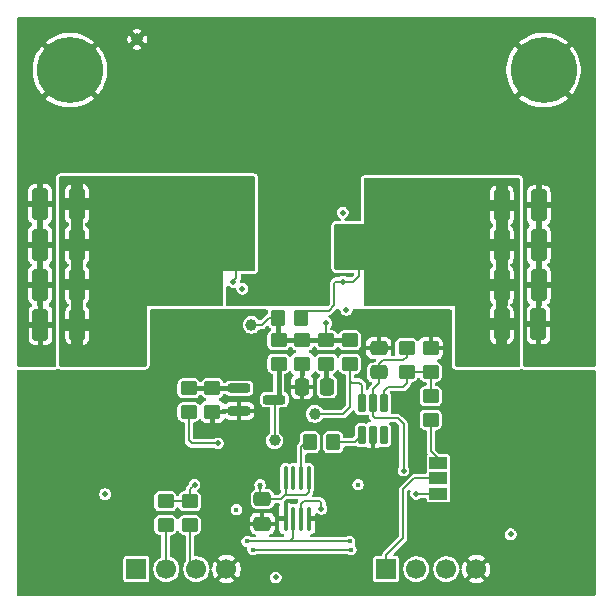
<source format=gbl>
G04 #@! TF.GenerationSoftware,KiCad,Pcbnew,9.0.1*
G04 #@! TF.CreationDate,2025-04-23T11:21:27+02:00*
G04 #@! TF.ProjectId,LTC3119-breakout,4c544333-3131-4392-9d62-7265616b6f75,rev?*
G04 #@! TF.SameCoordinates,Original*
G04 #@! TF.FileFunction,Copper,L4,Bot*
G04 #@! TF.FilePolarity,Positive*
%FSLAX46Y46*%
G04 Gerber Fmt 4.6, Leading zero omitted, Abs format (unit mm)*
G04 Created by KiCad (PCBNEW 9.0.1) date 2025-04-23 11:21:27*
%MOMM*%
%LPD*%
G01*
G04 APERTURE LIST*
G04 Aperture macros list*
%AMRoundRect*
0 Rectangle with rounded corners*
0 $1 Rounding radius*
0 $2 $3 $4 $5 $6 $7 $8 $9 X,Y pos of 4 corners*
0 Add a 4 corners polygon primitive as box body*
4,1,4,$2,$3,$4,$5,$6,$7,$8,$9,$2,$3,0*
0 Add four circle primitives for the rounded corners*
1,1,$1+$1,$2,$3*
1,1,$1+$1,$4,$5*
1,1,$1+$1,$6,$7*
1,1,$1+$1,$8,$9*
0 Add four rect primitives between the rounded corners*
20,1,$1+$1,$2,$3,$4,$5,0*
20,1,$1+$1,$4,$5,$6,$7,0*
20,1,$1+$1,$6,$7,$8,$9,0*
20,1,$1+$1,$8,$9,$2,$3,0*%
G04 Aperture macros list end*
G04 #@! TA.AperFunction,ComponentPad*
%ADD10R,1.700000X1.700000*%
G04 #@! TD*
G04 #@! TA.AperFunction,ComponentPad*
%ADD11C,1.700000*%
G04 #@! TD*
G04 #@! TA.AperFunction,ComponentPad*
%ADD12C,5.600000*%
G04 #@! TD*
G04 #@! TA.AperFunction,SMDPad,CuDef*
%ADD13RoundRect,0.250000X0.450000X-0.350000X0.450000X0.350000X-0.450000X0.350000X-0.450000X-0.350000X0*%
G04 #@! TD*
G04 #@! TA.AperFunction,SMDPad,CuDef*
%ADD14RoundRect,0.250000X-0.450000X0.350000X-0.450000X-0.350000X0.450000X-0.350000X0.450000X0.350000X0*%
G04 #@! TD*
G04 #@! TA.AperFunction,SMDPad,CuDef*
%ADD15R,1.500000X1.000000*%
G04 #@! TD*
G04 #@! TA.AperFunction,SMDPad,CuDef*
%ADD16RoundRect,0.250000X0.412500X1.100000X-0.412500X1.100000X-0.412500X-1.100000X0.412500X-1.100000X0*%
G04 #@! TD*
G04 #@! TA.AperFunction,SMDPad,CuDef*
%ADD17C,1.000000*%
G04 #@! TD*
G04 #@! TA.AperFunction,SMDPad,CuDef*
%ADD18RoundRect,0.250000X0.475000X-0.337500X0.475000X0.337500X-0.475000X0.337500X-0.475000X-0.337500X0*%
G04 #@! TD*
G04 #@! TA.AperFunction,SMDPad,CuDef*
%ADD19RoundRect,0.250000X0.350000X0.450000X-0.350000X0.450000X-0.350000X-0.450000X0.350000X-0.450000X0*%
G04 #@! TD*
G04 #@! TA.AperFunction,SMDPad,CuDef*
%ADD20RoundRect,0.250000X-0.412500X-1.100000X0.412500X-1.100000X0.412500X1.100000X-0.412500X1.100000X0*%
G04 #@! TD*
G04 #@! TA.AperFunction,SMDPad,CuDef*
%ADD21RoundRect,0.250000X-0.475000X0.337500X-0.475000X-0.337500X0.475000X-0.337500X0.475000X0.337500X0*%
G04 #@! TD*
G04 #@! TA.AperFunction,SMDPad,CuDef*
%ADD22RoundRect,0.250000X-0.350000X-0.450000X0.350000X-0.450000X0.350000X0.450000X-0.350000X0.450000X0*%
G04 #@! TD*
G04 #@! TA.AperFunction,SMDPad,CuDef*
%ADD23RoundRect,0.200000X-0.750000X-0.200000X0.750000X-0.200000X0.750000X0.200000X-0.750000X0.200000X0*%
G04 #@! TD*
G04 #@! TA.AperFunction,SMDPad,CuDef*
%ADD24RoundRect,0.100000X0.100000X-0.900000X0.100000X0.900000X-0.100000X0.900000X-0.100000X-0.900000X0*%
G04 #@! TD*
G04 #@! TA.AperFunction,SMDPad,CuDef*
%ADD25RoundRect,0.162500X0.162500X-0.617500X0.162500X0.617500X-0.162500X0.617500X-0.162500X-0.617500X0*%
G04 #@! TD*
G04 #@! TA.AperFunction,SMDPad,CuDef*
%ADD26RoundRect,0.250000X0.337500X0.475000X-0.337500X0.475000X-0.337500X-0.475000X0.337500X-0.475000X0*%
G04 #@! TD*
G04 #@! TA.AperFunction,ViaPad*
%ADD27C,0.500000*%
G04 #@! TD*
G04 #@! TA.AperFunction,ViaPad*
%ADD28C,0.450000*%
G04 #@! TD*
G04 #@! TA.AperFunction,Conductor*
%ADD29C,0.200000*%
G04 #@! TD*
G04 #@! TA.AperFunction,Conductor*
%ADD30C,0.203200*%
G04 #@! TD*
G04 #@! TA.AperFunction,Conductor*
%ADD31C,0.406400*%
G04 #@! TD*
G04 APERTURE END LIST*
D10*
X125530000Y-118650000D03*
D11*
X128070000Y-118650000D03*
X130610000Y-118650000D03*
X133150000Y-118650000D03*
D12*
X160000000Y-76400000D03*
D10*
X146690000Y-118650000D03*
D11*
X149230000Y-118650000D03*
X151770000Y-118650000D03*
X154310000Y-118650000D03*
D12*
X119900000Y-76400000D03*
D13*
X150450000Y-106000000D03*
X150450000Y-104000000D03*
D14*
X130050000Y-112900000D03*
X130050000Y-114900000D03*
X128000000Y-112900000D03*
X128000000Y-114900000D03*
D15*
X151100000Y-112250000D03*
X151100000Y-110950000D03*
X151100000Y-109650000D03*
D16*
X159572500Y-97920000D03*
X156447500Y-97920000D03*
X159582500Y-94590000D03*
X156457500Y-94590000D03*
D17*
X135275000Y-97950000D03*
D14*
X141610000Y-99260000D03*
X141610000Y-101260000D03*
D18*
X146050000Y-101987500D03*
X146050000Y-99912500D03*
D13*
X150450000Y-101950000D03*
X150450000Y-99950000D03*
D14*
X139590000Y-99260000D03*
X139590000Y-101260000D03*
D19*
X139500000Y-97380000D03*
X137500000Y-97380000D03*
D14*
X148400000Y-99950000D03*
X148400000Y-101950000D03*
X143610000Y-99260000D03*
X143610000Y-101260000D03*
D16*
X159582500Y-87850000D03*
X156457500Y-87850000D03*
D20*
X117407500Y-97950000D03*
X120532500Y-97950000D03*
D21*
X136200000Y-112712500D03*
X136200000Y-114787500D03*
D22*
X140200000Y-107900000D03*
X142200000Y-107900000D03*
D16*
X159582500Y-91200000D03*
X156457500Y-91200000D03*
D17*
X140620000Y-105500000D03*
D23*
X134220000Y-105237500D03*
X134220000Y-103337500D03*
X137220000Y-104287500D03*
D17*
X125600000Y-73800000D03*
D20*
X117387500Y-94550000D03*
X120512500Y-94550000D03*
X117387500Y-87740000D03*
X120512500Y-87740000D03*
D24*
X140120000Y-114360000D03*
X139480000Y-114360000D03*
X138820000Y-114360000D03*
X138180000Y-114360000D03*
X138180000Y-110940000D03*
X138820000Y-110940000D03*
X139480000Y-110940000D03*
X140120000Y-110940000D03*
D14*
X131970000Y-103320000D03*
X131970000Y-105320000D03*
D20*
X117387500Y-91190000D03*
X120512500Y-91190000D03*
D14*
X137580000Y-99260000D03*
X137580000Y-101260000D03*
D25*
X146500000Y-107300000D03*
X145550000Y-107300000D03*
X144600000Y-107300000D03*
X144600000Y-104600000D03*
X145550000Y-104600000D03*
X146500000Y-104600000D03*
D13*
X129960000Y-105330000D03*
X129960000Y-103330000D03*
D26*
X141657500Y-103200000D03*
X139582500Y-103200000D03*
D17*
X137225000Y-107750000D03*
D27*
X132000000Y-115300000D03*
X132000000Y-111300000D03*
X143000000Y-94300000D03*
X154750000Y-95550000D03*
X154750000Y-90550000D03*
X154750000Y-96550000D03*
X145100000Y-91700000D03*
X154750000Y-91550000D03*
X153750000Y-86550000D03*
X154750000Y-98550000D03*
X152750000Y-87550000D03*
X154750000Y-87550000D03*
X143000000Y-92300000D03*
X152750000Y-86550000D03*
X152750000Y-91550000D03*
X153750000Y-98550000D03*
X152750000Y-88550000D03*
X153750000Y-96550000D03*
X153750000Y-95550000D03*
X143700000Y-92300000D03*
X153750000Y-88550000D03*
X152750000Y-90550000D03*
X144400000Y-92300000D03*
X153750000Y-97550000D03*
X154750000Y-88550000D03*
X154750000Y-93550000D03*
X143000000Y-91700000D03*
X144400000Y-91700000D03*
X153750000Y-93550000D03*
X153750000Y-90550000D03*
X153750000Y-94550000D03*
X152750000Y-93550000D03*
X153750000Y-87550000D03*
X152750000Y-94550000D03*
X152750000Y-89550000D03*
X154750000Y-92550000D03*
X145100000Y-92300000D03*
X154750000Y-86550000D03*
X154750000Y-94550000D03*
X152750000Y-95550000D03*
X154750000Y-97550000D03*
X153750000Y-92550000D03*
X153750000Y-91550000D03*
X154750000Y-89550000D03*
X153750000Y-89550000D03*
X152750000Y-92550000D03*
X143700000Y-91700000D03*
X150500000Y-114300000D03*
X162500000Y-118300000D03*
X151000000Y-98300000D03*
X122000000Y-117300000D03*
X116000000Y-117300000D03*
X130000000Y-109300000D03*
X158500000Y-118300000D03*
X143000000Y-119300000D03*
X160500000Y-116300000D03*
X158500000Y-120300000D03*
X158500000Y-116300000D03*
X132500000Y-99100000D03*
X160500000Y-120300000D03*
X122000000Y-115300000D03*
X118000000Y-119300000D03*
X162500000Y-116300000D03*
X116000000Y-119300000D03*
X133600000Y-99100000D03*
X122000000Y-119300000D03*
X120000000Y-119300000D03*
X124000000Y-115300000D03*
X152500000Y-114300000D03*
X144000000Y-120300000D03*
X116000000Y-115300000D03*
X162500000Y-120300000D03*
X141000000Y-111300000D03*
X146500000Y-114300000D03*
X131400000Y-100200000D03*
X142000000Y-112300000D03*
X141000000Y-109300000D03*
X126000000Y-115300000D03*
X132000000Y-109300000D03*
X132500000Y-100200000D03*
X160500000Y-118300000D03*
X132000000Y-113300000D03*
X133600000Y-100200000D03*
X150100000Y-98300000D03*
X131400000Y-99100000D03*
X134500000Y-94900000D03*
X143000000Y-88450000D03*
X143300000Y-96700000D03*
X123500000Y-91300000D03*
X122500000Y-86300000D03*
X123500000Y-92300000D03*
X122500000Y-90300000D03*
X123500000Y-99300000D03*
X122500000Y-96300000D03*
X122500000Y-98300000D03*
X124500000Y-92300000D03*
X122500000Y-87300000D03*
X133700000Y-94300000D03*
X124500000Y-88300000D03*
X124500000Y-87300000D03*
X122500000Y-97300000D03*
X132800000Y-92300000D03*
X122500000Y-88300000D03*
X123500000Y-90300000D03*
X124500000Y-90300000D03*
X122500000Y-94300000D03*
X134600000Y-92300000D03*
X134000000Y-91700000D03*
X133400000Y-92300000D03*
X122500000Y-92300000D03*
X123500000Y-93300000D03*
X134600000Y-91700000D03*
X123500000Y-98300000D03*
X123500000Y-94300000D03*
X124500000Y-91300000D03*
X123500000Y-96300000D03*
X132800000Y-91700000D03*
X123500000Y-89300000D03*
X124500000Y-86300000D03*
X122500000Y-93300000D03*
X123500000Y-95300000D03*
X123500000Y-86300000D03*
X124500000Y-89300000D03*
X123500000Y-88300000D03*
X134000000Y-92300000D03*
X123500000Y-87300000D03*
X122500000Y-91300000D03*
X123500000Y-97300000D03*
X133400000Y-91700000D03*
X122500000Y-95300000D03*
X122500000Y-89300000D03*
X122500000Y-99300000D03*
X137325000Y-119350000D03*
D28*
X134000000Y-113600000D03*
X144300000Y-111500000D03*
D27*
X157225000Y-115700000D03*
D28*
X136000000Y-111500000D03*
D27*
X130450000Y-111500000D03*
X148150000Y-110300000D03*
D28*
X143600000Y-116300000D03*
X134900000Y-116300000D03*
X135400000Y-117000000D03*
X143700000Y-117000000D03*
D27*
X141200000Y-113550000D03*
X132425000Y-108000000D03*
X149225000Y-112250000D03*
X141600000Y-97800000D03*
X137500000Y-84800000D03*
X137500000Y-74800000D03*
X137500000Y-76800000D03*
X138800000Y-94600000D03*
X144500000Y-72800000D03*
X118500000Y-84800000D03*
X140500000Y-82800000D03*
X132500000Y-74800000D03*
X137900000Y-94600000D03*
X150500000Y-74800000D03*
X140500000Y-83800000D03*
X130500000Y-72800000D03*
X140500000Y-85800000D03*
X148500000Y-74800000D03*
X138500000Y-78800000D03*
X140500000Y-72800000D03*
X162500000Y-80800000D03*
X118500000Y-80800000D03*
X139600000Y-90700000D03*
X138500000Y-87800000D03*
X116500000Y-80800000D03*
X139500000Y-86800000D03*
X139500000Y-85800000D03*
X154500000Y-78800000D03*
X137500000Y-86800000D03*
X138500000Y-73800000D03*
X128500000Y-74800000D03*
X138500000Y-77800000D03*
X162500000Y-100800000D03*
X137900000Y-92000000D03*
X120500000Y-82800000D03*
X139500000Y-82800000D03*
X139500000Y-75800000D03*
X122500000Y-80800000D03*
X140500000Y-74800000D03*
X140500000Y-76800000D03*
X139500000Y-87800000D03*
X140500000Y-80800000D03*
X137500000Y-72800000D03*
X137900000Y-93300000D03*
X122875000Y-112300000D03*
X162500000Y-92800000D03*
X140500000Y-75800000D03*
X137500000Y-83800000D03*
X139500000Y-84800000D03*
X142500000Y-74800000D03*
X137900000Y-90700000D03*
X118500000Y-82800000D03*
X152500000Y-84800000D03*
X122500000Y-82800000D03*
X162500000Y-94800000D03*
X139600000Y-94600000D03*
X138800000Y-92000000D03*
X134500000Y-74800000D03*
X138500000Y-75800000D03*
X120500000Y-84800000D03*
X126500000Y-74800000D03*
X150500000Y-80800000D03*
X124500000Y-76800000D03*
X162500000Y-82800000D03*
X137500000Y-78800000D03*
X126500000Y-72800000D03*
X138500000Y-85800000D03*
X139600000Y-93300000D03*
X139500000Y-76800000D03*
X152500000Y-76800000D03*
X136500000Y-74800000D03*
X158500000Y-82800000D03*
X152500000Y-82800000D03*
X126500000Y-84800000D03*
X156500000Y-84800000D03*
X128500000Y-72800000D03*
X139500000Y-73800000D03*
X137500000Y-82800000D03*
X126500000Y-78800000D03*
X138500000Y-81800000D03*
X156500000Y-80800000D03*
X139500000Y-74800000D03*
X162500000Y-98800000D03*
X160500000Y-80800000D03*
X138500000Y-86800000D03*
X152500000Y-74800000D03*
X158500000Y-84800000D03*
X137900000Y-89400000D03*
X146500000Y-74800000D03*
X146500000Y-72800000D03*
X140500000Y-79800000D03*
X137500000Y-75800000D03*
X124500000Y-78800000D03*
X138800000Y-93300000D03*
X144500000Y-74800000D03*
X139500000Y-83800000D03*
X158500000Y-80800000D03*
X116500000Y-84800000D03*
X160500000Y-84800000D03*
X134500000Y-72800000D03*
X138800000Y-90700000D03*
X139500000Y-77800000D03*
X152500000Y-78800000D03*
X136500000Y-72800000D03*
X136500000Y-73800000D03*
X140500000Y-77800000D03*
X139500000Y-80800000D03*
X130500000Y-74800000D03*
X140500000Y-78800000D03*
X152500000Y-72800000D03*
X150500000Y-82800000D03*
X122500000Y-84800000D03*
X139600000Y-92000000D03*
X126500000Y-80800000D03*
X140500000Y-81800000D03*
X137900000Y-95900000D03*
X124500000Y-74800000D03*
X137500000Y-80800000D03*
X116500000Y-100800000D03*
X132500000Y-72800000D03*
X140500000Y-73800000D03*
X148500000Y-72800000D03*
X124500000Y-72800000D03*
X138500000Y-72800000D03*
X140500000Y-84800000D03*
X162500000Y-96800000D03*
X116500000Y-82800000D03*
X137500000Y-79800000D03*
X162500000Y-90800000D03*
X139500000Y-79800000D03*
X126500000Y-82800000D03*
X140500000Y-86800000D03*
X137500000Y-81800000D03*
X138800000Y-95900000D03*
X138500000Y-76800000D03*
X138500000Y-83800000D03*
X139600000Y-95900000D03*
X126500000Y-76800000D03*
X150500000Y-84800000D03*
X138500000Y-82800000D03*
X150500000Y-72800000D03*
X150500000Y-76800000D03*
X139500000Y-78800000D03*
X150500000Y-78800000D03*
X138500000Y-80800000D03*
X139500000Y-72800000D03*
X162500000Y-84800000D03*
X138500000Y-74800000D03*
X137500000Y-77800000D03*
X154500000Y-72800000D03*
X139600000Y-89400000D03*
X160500000Y-82800000D03*
X124500000Y-82800000D03*
X162500000Y-88800000D03*
X154500000Y-82800000D03*
X154500000Y-76800000D03*
X156500000Y-82800000D03*
X138800000Y-89400000D03*
X137500000Y-85800000D03*
X142500000Y-72800000D03*
X138500000Y-84800000D03*
X124500000Y-84800000D03*
X120500000Y-80800000D03*
X124500000Y-80800000D03*
X139500000Y-81800000D03*
X162500000Y-86800000D03*
X137500000Y-73800000D03*
X138500000Y-79800000D03*
X154500000Y-80800000D03*
X152500000Y-80800000D03*
X154500000Y-84800000D03*
X136000000Y-120300000D03*
X136000000Y-118300000D03*
D29*
X141800000Y-96800000D02*
X142300000Y-96300000D01*
X142400000Y-94300000D02*
X143000000Y-94300000D01*
X139900000Y-96800000D02*
X141800000Y-96800000D01*
D30*
X143000000Y-94300000D02*
X143900000Y-94300000D01*
D29*
X139500000Y-97200000D02*
X139900000Y-96800000D01*
X142300000Y-96300000D02*
X142300000Y-94400000D01*
X139500000Y-97380000D02*
X139500000Y-97200000D01*
X142300000Y-94400000D02*
X142400000Y-94300000D01*
D30*
X143900000Y-94300000D02*
X144400000Y-93800000D01*
X144400000Y-93800000D02*
X144400000Y-92300000D01*
D29*
X134550000Y-94950000D02*
X134500000Y-94900000D01*
D31*
X141610000Y-101260000D02*
X141610000Y-103152500D01*
X141610000Y-103152500D02*
X141657500Y-103200000D01*
D30*
X133700000Y-94300000D02*
X134000000Y-94000000D01*
X134000000Y-94000000D02*
X134000000Y-92300000D01*
X130050000Y-111900000D02*
X130450000Y-111500000D01*
X130050000Y-112900000D02*
X130050000Y-111900000D01*
X138180000Y-112280000D02*
X138250000Y-112350000D01*
X139925000Y-112350000D02*
X140120000Y-112155000D01*
X147650000Y-105850000D02*
X147750000Y-105950000D01*
X147750000Y-105950000D02*
X148150000Y-106350000D01*
X136000000Y-112512500D02*
X136200000Y-112712500D01*
X140120000Y-112155000D02*
X140120000Y-110940000D01*
X138180000Y-110940000D02*
X138180000Y-112280000D01*
X146050000Y-101987500D02*
X146050000Y-101300000D01*
X148400000Y-100650000D02*
X148400000Y-99950000D01*
X146050000Y-102900000D02*
X146050000Y-101987500D01*
X145550000Y-104600000D02*
X145550000Y-103400000D01*
X128000000Y-112900000D02*
X130050000Y-112900000D01*
X145550000Y-103400000D02*
X146050000Y-102900000D01*
X136000000Y-111500000D02*
X136000000Y-112512500D01*
X145550000Y-104600000D02*
X145550000Y-105700000D01*
X136200000Y-112712500D02*
X137747500Y-112712500D01*
X138250000Y-112350000D02*
X139925000Y-112350000D01*
X137747500Y-112712500D02*
X138180000Y-112280000D01*
X148150000Y-106350000D02*
X148150000Y-110300000D01*
X146400000Y-100950000D02*
X148100000Y-100950000D01*
X146050000Y-101300000D02*
X146400000Y-100950000D01*
X145700000Y-105850000D02*
X147650000Y-105850000D01*
X145550000Y-105700000D02*
X145700000Y-105850000D01*
X148100000Y-100950000D02*
X148400000Y-100650000D01*
X128000000Y-118580000D02*
X128070000Y-118650000D01*
X128000000Y-114900000D02*
X128000000Y-118580000D01*
X138500000Y-116300000D02*
X143600000Y-116300000D01*
X138820000Y-114360000D02*
X138820000Y-115980000D01*
X134900000Y-116300000D02*
X138500000Y-116300000D01*
X138820000Y-115980000D02*
X138500000Y-116300000D01*
X130050000Y-114900000D02*
X130050000Y-118090000D01*
X130050000Y-118090000D02*
X130610000Y-118650000D01*
X139480000Y-113145000D02*
X139480000Y-114360000D01*
X143700000Y-117000000D02*
X135400000Y-117000000D01*
X141050000Y-112875000D02*
X139750000Y-112875000D01*
X139750000Y-112875000D02*
X139480000Y-113145000D01*
X141200000Y-113025000D02*
X141050000Y-112875000D01*
X141200000Y-113550000D02*
X141200000Y-113025000D01*
X148100000Y-111900000D02*
X148100000Y-116050000D01*
X151100000Y-110950000D02*
X149050000Y-110950000D01*
X148100000Y-116050000D02*
X146690000Y-117460000D01*
X149050000Y-110950000D02*
X148100000Y-111900000D01*
X146690000Y-117460000D02*
X146690000Y-118650000D01*
X150450000Y-108625000D02*
X151100000Y-109275000D01*
X151100000Y-109275000D02*
X151100000Y-109650000D01*
X150450000Y-106000000D02*
X150450000Y-108625000D01*
X151100000Y-112250000D02*
X149225000Y-112250000D01*
X132425000Y-108000000D02*
X130225000Y-108000000D01*
X129960000Y-107735000D02*
X129960000Y-105330000D01*
X130225000Y-108000000D02*
X129960000Y-107735000D01*
D31*
X139590000Y-99260000D02*
X141610000Y-99260000D01*
X137500000Y-99180000D02*
X137580000Y-99260000D01*
X137580000Y-99260000D02*
X139590000Y-99260000D01*
X141610000Y-99260000D02*
X143610000Y-99260000D01*
D30*
X135275000Y-97950000D02*
X136175000Y-97950000D01*
D31*
X137500000Y-97380000D02*
X137500000Y-99180000D01*
D30*
X141600000Y-99250000D02*
X141610000Y-99260000D01*
X136175000Y-97950000D02*
X136745000Y-97380000D01*
X141600000Y-97800000D02*
X141600000Y-99250000D01*
X136745000Y-97380000D02*
X137500000Y-97380000D01*
X143050000Y-105500000D02*
X143610000Y-104940000D01*
X140620000Y-105500000D02*
X143050000Y-105500000D01*
X143610000Y-104940000D02*
X143610000Y-102710000D01*
X143610000Y-101260000D02*
X143610000Y-102710000D01*
X143610000Y-102710000D02*
X143750000Y-102850000D01*
X143750000Y-102850000D02*
X144400000Y-102850000D01*
X144400000Y-102850000D02*
X144600000Y-103050000D01*
X144600000Y-103050000D02*
X144600000Y-104600000D01*
X139480000Y-108270000D02*
X139850000Y-107900000D01*
X139480000Y-110940000D02*
X139480000Y-108270000D01*
X139850000Y-107900000D02*
X140200000Y-107900000D01*
X142200000Y-107900000D02*
X144000000Y-107900000D01*
X144000000Y-107900000D02*
X144600000Y-107300000D01*
X148400000Y-101950000D02*
X150450000Y-101950000D01*
X148100000Y-103200000D02*
X148400000Y-102900000D01*
X150450000Y-101950000D02*
X150450000Y-104000000D01*
X148400000Y-102900000D02*
X148400000Y-101950000D01*
X146500000Y-104600000D02*
X146500000Y-103550000D01*
X146500000Y-103550000D02*
X146850000Y-103200000D01*
X146850000Y-103200000D02*
X148100000Y-103200000D01*
X137220000Y-104287500D02*
X137220000Y-104430000D01*
X137225000Y-104435000D02*
X137225000Y-107750000D01*
D31*
X137580000Y-101260000D02*
X137580000Y-103927500D01*
D30*
X137220000Y-104430000D02*
X137225000Y-104435000D01*
D31*
X137580000Y-103927500D02*
X137220000Y-104287500D01*
X129970000Y-103320000D02*
X129960000Y-103330000D01*
X134220000Y-103337500D02*
X131987500Y-103337500D01*
X131970000Y-103320000D02*
X129970000Y-103320000D01*
X131987500Y-103337500D02*
X131970000Y-103320000D01*
G04 #@! TA.AperFunction,Conductor*
G36*
X144729172Y-96596274D02*
G01*
X144752487Y-96608470D01*
X144784973Y-96625464D01*
X144784977Y-96625466D01*
X144829218Y-96638456D01*
X144852015Y-96645150D01*
X144852019Y-96645150D01*
X144852021Y-96645151D01*
X144863652Y-96646823D01*
X144924000Y-96655500D01*
X152120500Y-96655500D01*
X152187539Y-96675185D01*
X152233294Y-96727989D01*
X152244500Y-96779500D01*
X152244500Y-101376002D01*
X152250338Y-101430312D01*
X152261543Y-101481818D01*
X152261546Y-101481827D01*
X152268779Y-101508192D01*
X152268783Y-101508203D01*
X152318105Y-101594818D01*
X152318110Y-101594825D01*
X152318112Y-101594828D01*
X152344580Y-101625374D01*
X152363863Y-101647628D01*
X152363866Y-101647631D01*
X152363867Y-101647632D01*
X152396641Y-101679257D01*
X152484976Y-101725465D01*
X152484977Y-101725465D01*
X152484977Y-101725466D01*
X152529218Y-101738456D01*
X152552015Y-101745150D01*
X152552019Y-101745150D01*
X152552021Y-101745151D01*
X152563652Y-101746823D01*
X152624000Y-101755500D01*
X152624001Y-101755500D01*
X157876000Y-101755500D01*
X157930313Y-101749661D01*
X157981824Y-101738455D01*
X158008198Y-101731219D01*
X158065839Y-101698395D01*
X158133833Y-101682327D01*
X158184672Y-101696274D01*
X158211344Y-101710226D01*
X158240473Y-101725464D01*
X158240477Y-101725466D01*
X158284718Y-101738456D01*
X158307515Y-101745150D01*
X158307519Y-101745150D01*
X158307521Y-101745151D01*
X158319152Y-101746823D01*
X158379500Y-101755500D01*
X158379501Y-101755500D01*
X164295500Y-101755500D01*
X164362539Y-101775185D01*
X164408294Y-101827989D01*
X164419500Y-101879500D01*
X164419500Y-120795500D01*
X164399815Y-120862539D01*
X164347011Y-120908294D01*
X164295500Y-120919500D01*
X115544500Y-120919500D01*
X115477461Y-120899815D01*
X115431706Y-120847011D01*
X115420500Y-120795500D01*
X115420500Y-117775321D01*
X124429500Y-117775321D01*
X124429500Y-119524678D01*
X124444032Y-119597735D01*
X124444033Y-119597739D01*
X124454398Y-119613251D01*
X124499399Y-119680601D01*
X124582260Y-119735966D01*
X124582264Y-119735967D01*
X124655321Y-119750499D01*
X124655324Y-119750500D01*
X124655326Y-119750500D01*
X126404676Y-119750500D01*
X126404677Y-119750499D01*
X126477740Y-119735966D01*
X126560601Y-119680601D01*
X126615966Y-119597740D01*
X126630500Y-119524674D01*
X126630500Y-118563389D01*
X126969500Y-118563389D01*
X126969500Y-118736611D01*
X126996598Y-118907701D01*
X127050127Y-119072445D01*
X127128768Y-119226788D01*
X127230586Y-119366928D01*
X127353072Y-119489414D01*
X127493212Y-119591232D01*
X127647555Y-119669873D01*
X127812299Y-119723402D01*
X127983389Y-119750500D01*
X127983390Y-119750500D01*
X128156610Y-119750500D01*
X128156611Y-119750500D01*
X128327701Y-119723402D01*
X128492445Y-119669873D01*
X128646788Y-119591232D01*
X128786928Y-119489414D01*
X128909414Y-119366928D01*
X129011232Y-119226788D01*
X129089873Y-119072445D01*
X129143402Y-118907701D01*
X129170500Y-118736611D01*
X129170500Y-118563389D01*
X129143402Y-118392299D01*
X129089873Y-118227555D01*
X129011232Y-118073212D01*
X128909414Y-117933072D01*
X128786928Y-117810586D01*
X128646788Y-117708768D01*
X128603571Y-117686748D01*
X128492445Y-117630126D01*
X128437780Y-117612364D01*
X128380105Y-117572926D01*
X128352908Y-117508567D01*
X128352100Y-117494434D01*
X128352100Y-115874499D01*
X128371785Y-115807460D01*
X128424589Y-115761705D01*
X128476100Y-115750499D01*
X128497871Y-115750499D01*
X128497872Y-115750499D01*
X128557483Y-115744091D01*
X128692331Y-115693796D01*
X128807546Y-115607546D01*
X128893796Y-115492331D01*
X128893798Y-115492326D01*
X128908818Y-115452056D01*
X128950688Y-115396122D01*
X129016153Y-115371704D01*
X129084426Y-115386555D01*
X129133832Y-115435960D01*
X129141182Y-115452056D01*
X129156201Y-115492326D01*
X129156206Y-115492335D01*
X129242452Y-115607544D01*
X129242455Y-115607547D01*
X129357664Y-115693793D01*
X129357671Y-115693797D01*
X129392690Y-115706858D01*
X129492517Y-115744091D01*
X129552127Y-115750500D01*
X129573897Y-115750499D01*
X129640935Y-115770181D01*
X129686692Y-115822983D01*
X129697900Y-115874499D01*
X129697900Y-117992824D01*
X129678215Y-118059863D01*
X129674220Y-118065706D01*
X129668777Y-118073198D01*
X129668769Y-118073210D01*
X129590128Y-118227552D01*
X129536597Y-118392302D01*
X129536597Y-118392303D01*
X129509500Y-118563389D01*
X129509500Y-118736611D01*
X129536598Y-118907701D01*
X129590127Y-119072445D01*
X129668768Y-119226788D01*
X129770586Y-119366928D01*
X129893072Y-119489414D01*
X130033212Y-119591232D01*
X130187555Y-119669873D01*
X130352299Y-119723402D01*
X130523389Y-119750500D01*
X130523390Y-119750500D01*
X130696610Y-119750500D01*
X130696611Y-119750500D01*
X130867701Y-119723402D01*
X131032445Y-119669873D01*
X131186788Y-119591232D01*
X131326928Y-119489414D01*
X131449414Y-119366928D01*
X131551232Y-119226788D01*
X131629873Y-119072445D01*
X131683402Y-118907701D01*
X131707156Y-118757720D01*
X131737085Y-118694587D01*
X131796396Y-118657655D01*
X131866259Y-118658653D01*
X131924492Y-118697262D01*
X131952102Y-118757720D01*
X131979548Y-118931002D01*
X132037914Y-119110637D01*
X132123666Y-119278933D01*
X132186749Y-119365761D01*
X132693387Y-118859123D01*
X132749901Y-118957007D01*
X132842993Y-119050099D01*
X132940875Y-119106611D01*
X132434237Y-119613248D01*
X132434237Y-119613249D01*
X132521066Y-119676333D01*
X132689362Y-119762085D01*
X132868997Y-119820451D01*
X133055553Y-119850000D01*
X133244447Y-119850000D01*
X133431002Y-119820451D01*
X133610637Y-119762085D01*
X133778940Y-119676329D01*
X133865761Y-119613251D01*
X133865762Y-119613249D01*
X133359124Y-119106611D01*
X133457007Y-119050099D01*
X133550099Y-118957007D01*
X133606611Y-118859124D01*
X134113249Y-119365762D01*
X134113251Y-119365761D01*
X134172574Y-119284108D01*
X136824500Y-119284108D01*
X136824500Y-119415891D01*
X136858608Y-119543187D01*
X136886347Y-119591231D01*
X136924500Y-119657314D01*
X137017686Y-119750500D01*
X137131814Y-119816392D01*
X137259108Y-119850500D01*
X137259110Y-119850500D01*
X137390890Y-119850500D01*
X137390892Y-119850500D01*
X137518186Y-119816392D01*
X137632314Y-119750500D01*
X137725500Y-119657314D01*
X137791392Y-119543186D01*
X137825500Y-119415892D01*
X137825500Y-119284108D01*
X137791392Y-119156814D01*
X137725500Y-119042686D01*
X137632314Y-118949500D01*
X137559916Y-118907701D01*
X137518187Y-118883608D01*
X137454539Y-118866554D01*
X137390892Y-118849500D01*
X137259108Y-118849500D01*
X137131812Y-118883608D01*
X137017686Y-118949500D01*
X137017683Y-118949502D01*
X136924502Y-119042683D01*
X136924500Y-119042686D01*
X136858608Y-119156812D01*
X136824500Y-119284108D01*
X134172574Y-119284108D01*
X134176329Y-119278940D01*
X134206522Y-119219686D01*
X134262085Y-119110637D01*
X134320451Y-118931002D01*
X134350000Y-118744447D01*
X134350000Y-118555552D01*
X134320451Y-118368997D01*
X134262085Y-118189362D01*
X134176333Y-118021066D01*
X134113249Y-117934237D01*
X133606611Y-118440875D01*
X133550099Y-118342993D01*
X133457007Y-118249901D01*
X133359123Y-118193388D01*
X133777189Y-117775321D01*
X145589500Y-117775321D01*
X145589500Y-119524678D01*
X145604032Y-119597735D01*
X145604033Y-119597739D01*
X145614398Y-119613251D01*
X145659399Y-119680601D01*
X145742260Y-119735966D01*
X145742264Y-119735967D01*
X145815321Y-119750499D01*
X145815324Y-119750500D01*
X145815326Y-119750500D01*
X147564676Y-119750500D01*
X147564677Y-119750499D01*
X147637740Y-119735966D01*
X147720601Y-119680601D01*
X147775966Y-119597740D01*
X147790500Y-119524674D01*
X147790500Y-118563389D01*
X148129500Y-118563389D01*
X148129500Y-118736611D01*
X148156598Y-118907701D01*
X148210127Y-119072445D01*
X148288768Y-119226788D01*
X148390586Y-119366928D01*
X148513072Y-119489414D01*
X148653212Y-119591232D01*
X148807555Y-119669873D01*
X148972299Y-119723402D01*
X149143389Y-119750500D01*
X149143390Y-119750500D01*
X149316610Y-119750500D01*
X149316611Y-119750500D01*
X149487701Y-119723402D01*
X149652445Y-119669873D01*
X149806788Y-119591232D01*
X149946928Y-119489414D01*
X150069414Y-119366928D01*
X150171232Y-119226788D01*
X150249873Y-119072445D01*
X150303402Y-118907701D01*
X150330500Y-118736611D01*
X150330500Y-118563389D01*
X150669500Y-118563389D01*
X150669500Y-118736611D01*
X150696598Y-118907701D01*
X150750127Y-119072445D01*
X150828768Y-119226788D01*
X150930586Y-119366928D01*
X151053072Y-119489414D01*
X151193212Y-119591232D01*
X151347555Y-119669873D01*
X151512299Y-119723402D01*
X151683389Y-119750500D01*
X151683390Y-119750500D01*
X151856610Y-119750500D01*
X151856611Y-119750500D01*
X152027701Y-119723402D01*
X152192445Y-119669873D01*
X152346788Y-119591232D01*
X152486928Y-119489414D01*
X152609414Y-119366928D01*
X152711232Y-119226788D01*
X152789873Y-119072445D01*
X152843402Y-118907701D01*
X152867156Y-118757720D01*
X152897085Y-118694587D01*
X152956396Y-118657655D01*
X153026259Y-118658653D01*
X153084492Y-118697262D01*
X153112102Y-118757720D01*
X153139548Y-118931002D01*
X153197914Y-119110637D01*
X153283666Y-119278933D01*
X153346749Y-119365761D01*
X153853387Y-118859123D01*
X153909901Y-118957007D01*
X154002993Y-119050099D01*
X154100875Y-119106611D01*
X153594237Y-119613248D01*
X153594237Y-119613249D01*
X153681066Y-119676333D01*
X153849362Y-119762085D01*
X154028997Y-119820451D01*
X154215553Y-119850000D01*
X154404447Y-119850000D01*
X154591002Y-119820451D01*
X154770637Y-119762085D01*
X154938940Y-119676329D01*
X155025761Y-119613251D01*
X155025762Y-119613249D01*
X154519124Y-119106611D01*
X154617007Y-119050099D01*
X154710099Y-118957007D01*
X154766611Y-118859124D01*
X155273249Y-119365762D01*
X155273251Y-119365761D01*
X155336329Y-119278940D01*
X155422085Y-119110637D01*
X155480451Y-118931002D01*
X155510000Y-118744447D01*
X155510000Y-118555552D01*
X155480451Y-118368997D01*
X155422085Y-118189362D01*
X155336333Y-118021066D01*
X155273249Y-117934237D01*
X154766611Y-118440875D01*
X154710099Y-118342993D01*
X154617007Y-118249901D01*
X154519123Y-118193388D01*
X155025761Y-117686749D01*
X154938933Y-117623666D01*
X154770637Y-117537914D01*
X154591002Y-117479548D01*
X154404447Y-117450000D01*
X154215553Y-117450000D01*
X154028997Y-117479548D01*
X153849362Y-117537914D01*
X153681064Y-117623667D01*
X153681062Y-117623668D01*
X153594237Y-117686748D01*
X153594237Y-117686749D01*
X154100876Y-118193388D01*
X154002993Y-118249901D01*
X153909901Y-118342993D01*
X153853388Y-118440876D01*
X153346749Y-117934237D01*
X153346748Y-117934237D01*
X153283668Y-118021062D01*
X153283667Y-118021064D01*
X153197914Y-118189362D01*
X153139548Y-118368997D01*
X153112102Y-118542279D01*
X153082172Y-118605413D01*
X153022861Y-118642344D01*
X152952998Y-118641346D01*
X152894766Y-118602736D01*
X152867156Y-118542277D01*
X152843403Y-118392303D01*
X152843402Y-118392302D01*
X152843402Y-118392299D01*
X152789873Y-118227555D01*
X152711232Y-118073212D01*
X152609414Y-117933072D01*
X152486928Y-117810586D01*
X152346788Y-117708768D01*
X152192445Y-117630127D01*
X152027701Y-117576598D01*
X152027699Y-117576597D01*
X152027698Y-117576597D01*
X151884789Y-117553963D01*
X151856611Y-117549500D01*
X151683389Y-117549500D01*
X151655211Y-117553963D01*
X151512302Y-117576597D01*
X151347552Y-117630128D01*
X151193211Y-117708768D01*
X151113256Y-117766859D01*
X151053072Y-117810586D01*
X151053070Y-117810588D01*
X151053069Y-117810588D01*
X150930588Y-117933069D01*
X150930588Y-117933070D01*
X150930586Y-117933072D01*
X150929740Y-117934237D01*
X150828768Y-118073211D01*
X150750128Y-118227552D01*
X150696597Y-118392302D01*
X150696597Y-118392303D01*
X150669500Y-118563389D01*
X150330500Y-118563389D01*
X150303402Y-118392299D01*
X150249873Y-118227555D01*
X150171232Y-118073212D01*
X150069414Y-117933072D01*
X149946928Y-117810586D01*
X149806788Y-117708768D01*
X149652445Y-117630127D01*
X149487701Y-117576598D01*
X149487699Y-117576597D01*
X149487698Y-117576597D01*
X149344789Y-117553963D01*
X149316611Y-117549500D01*
X149143389Y-117549500D01*
X149115211Y-117553963D01*
X148972302Y-117576597D01*
X148807552Y-117630128D01*
X148653211Y-117708768D01*
X148573256Y-117766859D01*
X148513072Y-117810586D01*
X148513070Y-117810588D01*
X148513069Y-117810588D01*
X148390588Y-117933069D01*
X148390588Y-117933070D01*
X148390586Y-117933072D01*
X148389740Y-117934237D01*
X148288768Y-118073211D01*
X148210128Y-118227552D01*
X148156597Y-118392302D01*
X148156597Y-118392303D01*
X148129500Y-118563389D01*
X147790500Y-118563389D01*
X147790500Y-117775326D01*
X147790500Y-117775323D01*
X147790499Y-117775321D01*
X147775967Y-117702264D01*
X147775966Y-117702260D01*
X147750701Y-117664448D01*
X147720601Y-117619399D01*
X147651048Y-117572926D01*
X147637739Y-117564033D01*
X147637735Y-117564032D01*
X147564677Y-117549500D01*
X147564674Y-117549500D01*
X147397806Y-117549500D01*
X147330767Y-117529815D01*
X147285012Y-117477011D01*
X147275068Y-117407853D01*
X147304093Y-117344297D01*
X147310125Y-117337819D01*
X147835553Y-116812391D01*
X148381750Y-116266194D01*
X148428105Y-116185906D01*
X148438955Y-116145413D01*
X148452100Y-116096355D01*
X148452100Y-115634108D01*
X156724500Y-115634108D01*
X156724500Y-115765892D01*
X156735315Y-115806253D01*
X156758608Y-115893187D01*
X156775402Y-115922274D01*
X156824500Y-116007314D01*
X156917686Y-116100500D01*
X157031814Y-116166392D01*
X157159108Y-116200500D01*
X157159110Y-116200500D01*
X157290890Y-116200500D01*
X157290892Y-116200500D01*
X157418186Y-116166392D01*
X157532314Y-116100500D01*
X157625500Y-116007314D01*
X157691392Y-115893186D01*
X157725500Y-115765892D01*
X157725500Y-115634108D01*
X157691392Y-115506814D01*
X157689525Y-115503581D01*
X157650484Y-115435960D01*
X157625500Y-115392686D01*
X157532314Y-115299500D01*
X157475250Y-115266554D01*
X157418187Y-115233608D01*
X157354539Y-115216554D01*
X157290892Y-115199500D01*
X157159108Y-115199500D01*
X157031812Y-115233608D01*
X156917686Y-115299500D01*
X156917683Y-115299502D01*
X156824502Y-115392683D01*
X156824500Y-115392686D01*
X156758608Y-115506812D01*
X156724500Y-115634108D01*
X148452100Y-115634108D01*
X148452100Y-112097206D01*
X148471785Y-112030167D01*
X148488418Y-112009526D01*
X148515959Y-111981985D01*
X148547584Y-111950359D01*
X148608905Y-111916875D01*
X148678597Y-111921859D01*
X148734530Y-111963730D01*
X148758948Y-112029194D01*
X148755039Y-112070133D01*
X148724500Y-112184108D01*
X148724500Y-112315892D01*
X148736426Y-112360400D01*
X148758608Y-112443187D01*
X148762779Y-112450411D01*
X148824500Y-112557314D01*
X148917686Y-112650500D01*
X149031814Y-112716392D01*
X149159108Y-112750500D01*
X149159110Y-112750500D01*
X149290890Y-112750500D01*
X149290892Y-112750500D01*
X149418186Y-112716392D01*
X149532314Y-112650500D01*
X149544395Y-112638419D01*
X149605718Y-112604934D01*
X149632076Y-112602100D01*
X149975500Y-112602100D01*
X150042539Y-112621785D01*
X150088294Y-112674589D01*
X150099500Y-112726100D01*
X150099500Y-112774678D01*
X150114032Y-112847735D01*
X150114033Y-112847739D01*
X150114034Y-112847740D01*
X150169399Y-112930601D01*
X150241303Y-112978645D01*
X150252260Y-112985966D01*
X150252264Y-112985967D01*
X150325321Y-113000499D01*
X150325324Y-113000500D01*
X150325326Y-113000500D01*
X151874676Y-113000500D01*
X151874677Y-113000499D01*
X151947740Y-112985966D01*
X152030601Y-112930601D01*
X152085966Y-112847740D01*
X152100500Y-112774674D01*
X152100500Y-111725326D01*
X152100500Y-111725323D01*
X152100499Y-111725321D01*
X152085968Y-111652267D01*
X152085966Y-111652264D01*
X152085966Y-111652260D01*
X152085963Y-111652256D01*
X152083977Y-111647461D01*
X152076504Y-111577992D01*
X152083977Y-111552539D01*
X152085962Y-111547745D01*
X152085966Y-111547740D01*
X152100500Y-111474674D01*
X152100500Y-110425326D01*
X152100500Y-110425323D01*
X152100499Y-110425321D01*
X152085968Y-110352267D01*
X152085966Y-110352264D01*
X152085966Y-110352260D01*
X152085963Y-110352256D01*
X152083977Y-110347461D01*
X152076504Y-110277992D01*
X152083977Y-110252539D01*
X152085962Y-110247745D01*
X152085966Y-110247740D01*
X152088678Y-110234110D01*
X152100499Y-110174678D01*
X152100500Y-110174676D01*
X152100500Y-109125323D01*
X152100499Y-109125321D01*
X152085967Y-109052264D01*
X152085966Y-109052260D01*
X152030601Y-108969399D01*
X151947740Y-108914034D01*
X151947739Y-108914033D01*
X151947735Y-108914032D01*
X151874677Y-108899500D01*
X151874674Y-108899500D01*
X151273806Y-108899500D01*
X151206767Y-108879815D01*
X151186125Y-108863181D01*
X150838419Y-108515475D01*
X150804934Y-108454152D01*
X150802100Y-108427794D01*
X150802100Y-106974499D01*
X150821785Y-106907460D01*
X150874589Y-106861705D01*
X150926100Y-106850499D01*
X150947871Y-106850499D01*
X150947872Y-106850499D01*
X151007483Y-106844091D01*
X151142331Y-106793796D01*
X151257546Y-106707546D01*
X151343796Y-106592331D01*
X151394091Y-106457483D01*
X151400500Y-106397873D01*
X151400499Y-105602128D01*
X151394091Y-105542517D01*
X151386400Y-105521897D01*
X151343797Y-105407671D01*
X151343793Y-105407664D01*
X151257547Y-105292455D01*
X151257544Y-105292452D01*
X151142335Y-105206206D01*
X151142328Y-105206202D01*
X151007482Y-105155908D01*
X151007483Y-105155908D01*
X150947883Y-105149501D01*
X150947881Y-105149500D01*
X150947873Y-105149500D01*
X150947864Y-105149500D01*
X149952129Y-105149500D01*
X149952123Y-105149501D01*
X149892516Y-105155908D01*
X149757671Y-105206202D01*
X149757664Y-105206206D01*
X149642455Y-105292452D01*
X149642452Y-105292455D01*
X149556206Y-105407664D01*
X149556202Y-105407671D01*
X149505908Y-105542517D01*
X149501404Y-105584414D01*
X149499501Y-105602123D01*
X149499500Y-105602135D01*
X149499500Y-106397870D01*
X149499501Y-106397876D01*
X149505908Y-106457483D01*
X149556202Y-106592328D01*
X149556206Y-106592335D01*
X149642452Y-106707544D01*
X149642455Y-106707547D01*
X149757664Y-106793793D01*
X149757671Y-106793797D01*
X149802618Y-106810561D01*
X149892517Y-106844091D01*
X149952127Y-106850500D01*
X149973897Y-106850499D01*
X150040935Y-106870181D01*
X150086692Y-106922983D01*
X150097900Y-106974499D01*
X150097900Y-108578645D01*
X150097900Y-108671355D01*
X150107597Y-108707546D01*
X150121896Y-108760908D01*
X150121897Y-108760911D01*
X150169936Y-108844115D01*
X150186410Y-108912015D01*
X150165653Y-108975006D01*
X150114033Y-109052260D01*
X150114032Y-109052264D01*
X150099500Y-109125321D01*
X150099500Y-109125326D01*
X150099500Y-110174674D01*
X150099500Y-110174676D01*
X150099499Y-110174676D01*
X150114033Y-110247740D01*
X150116025Y-110252548D01*
X150124105Y-110318311D01*
X150120475Y-110342619D01*
X150114034Y-110352260D01*
X150099500Y-110425326D01*
X150099500Y-110483108D01*
X150098141Y-110492211D01*
X150087167Y-110515898D01*
X150079815Y-110540939D01*
X150072719Y-110547087D01*
X150068772Y-110555609D01*
X150046733Y-110569603D01*
X150027011Y-110586694D01*
X150016075Y-110589072D01*
X150009791Y-110593064D01*
X149998022Y-110593000D01*
X149975500Y-110597900D01*
X149096355Y-110597900D01*
X149003645Y-110597900D01*
X148914094Y-110621895D01*
X148914093Y-110621895D01*
X148914091Y-110621896D01*
X148914088Y-110621897D01*
X148833812Y-110668246D01*
X148833807Y-110668249D01*
X148746260Y-110755796D01*
X148746257Y-110755797D01*
X148605795Y-110896260D01*
X147818252Y-111683803D01*
X147818246Y-111683812D01*
X147771897Y-111764088D01*
X147771896Y-111764090D01*
X147771895Y-111764094D01*
X147756603Y-111821169D01*
X147755069Y-111826893D01*
X147755068Y-111826896D01*
X147747900Y-111853644D01*
X147747900Y-115852794D01*
X147728215Y-115919833D01*
X147711581Y-115940475D01*
X146408252Y-117243803D01*
X146408246Y-117243812D01*
X146361897Y-117324088D01*
X146361896Y-117324089D01*
X146349541Y-117370196D01*
X146341422Y-117400500D01*
X146337900Y-117413645D01*
X146337900Y-117433874D01*
X146336774Y-117442173D01*
X146325792Y-117466731D01*
X146318215Y-117492539D01*
X146311748Y-117498142D01*
X146308254Y-117505957D01*
X146285736Y-117520681D01*
X146265411Y-117538294D01*
X146255509Y-117540448D01*
X146249778Y-117544196D01*
X146237845Y-117544290D01*
X146213900Y-117549500D01*
X145815323Y-117549500D01*
X145742264Y-117564032D01*
X145742260Y-117564033D01*
X145659399Y-117619399D01*
X145604033Y-117702260D01*
X145604032Y-117702264D01*
X145589500Y-117775321D01*
X133777189Y-117775321D01*
X133865761Y-117686749D01*
X133778933Y-117623666D01*
X133610637Y-117537914D01*
X133431002Y-117479548D01*
X133244447Y-117450000D01*
X133055553Y-117450000D01*
X132868997Y-117479548D01*
X132689362Y-117537914D01*
X132521064Y-117623667D01*
X132521062Y-117623668D01*
X132434237Y-117686748D01*
X132434237Y-117686749D01*
X132940876Y-118193388D01*
X132842993Y-118249901D01*
X132749901Y-118342993D01*
X132693388Y-118440876D01*
X132186749Y-117934237D01*
X132186748Y-117934237D01*
X132123668Y-118021062D01*
X132123667Y-118021064D01*
X132037914Y-118189362D01*
X131979548Y-118368997D01*
X131952102Y-118542279D01*
X131922172Y-118605413D01*
X131862861Y-118642344D01*
X131792998Y-118641346D01*
X131734766Y-118602736D01*
X131707156Y-118542277D01*
X131683403Y-118392303D01*
X131683402Y-118392302D01*
X131683402Y-118392299D01*
X131629873Y-118227555D01*
X131551232Y-118073212D01*
X131449414Y-117933072D01*
X131326928Y-117810586D01*
X131186788Y-117708768D01*
X131032445Y-117630127D01*
X130867701Y-117576598D01*
X130867699Y-117576597D01*
X130867698Y-117576597D01*
X130724789Y-117553963D01*
X130696611Y-117549500D01*
X130526100Y-117549500D01*
X130459061Y-117529815D01*
X130413306Y-117477011D01*
X130402100Y-117425500D01*
X130402100Y-116237399D01*
X134424500Y-116237399D01*
X134424500Y-116362601D01*
X134456905Y-116483536D01*
X134519505Y-116591964D01*
X134608036Y-116680495D01*
X134716464Y-116743095D01*
X134837399Y-116775500D01*
X134837402Y-116775500D01*
X134839365Y-116776026D01*
X134899025Y-116812391D01*
X134929554Y-116875238D01*
X134927048Y-116927888D01*
X134924500Y-116937398D01*
X134924500Y-116937399D01*
X134924500Y-117062601D01*
X134956905Y-117183536D01*
X135019505Y-117291964D01*
X135108036Y-117380495D01*
X135216464Y-117443095D01*
X135337399Y-117475500D01*
X135337401Y-117475500D01*
X135462599Y-117475500D01*
X135462601Y-117475500D01*
X135583536Y-117443095D01*
X135691964Y-117380495D01*
X135691970Y-117380488D01*
X135695572Y-117377726D01*
X135760740Y-117352530D01*
X135771061Y-117352100D01*
X143328939Y-117352100D01*
X143395978Y-117371785D01*
X143404428Y-117377726D01*
X143408032Y-117380491D01*
X143408036Y-117380495D01*
X143516464Y-117443095D01*
X143637399Y-117475500D01*
X143637401Y-117475500D01*
X143762599Y-117475500D01*
X143762601Y-117475500D01*
X143883536Y-117443095D01*
X143991964Y-117380495D01*
X144080495Y-117291964D01*
X144143095Y-117183536D01*
X144175500Y-117062601D01*
X144175500Y-116937399D01*
X144143095Y-116816464D01*
X144080495Y-116708036D01*
X144041892Y-116669433D01*
X144008407Y-116608110D01*
X144013391Y-116538418D01*
X144022186Y-116519753D01*
X144033072Y-116500895D01*
X144043095Y-116483536D01*
X144075500Y-116362601D01*
X144075500Y-116237399D01*
X144043095Y-116116464D01*
X143980495Y-116008036D01*
X143891964Y-115919505D01*
X143783536Y-115856905D01*
X143783537Y-115856905D01*
X143726220Y-115841547D01*
X143662601Y-115824500D01*
X143537399Y-115824500D01*
X143473780Y-115841547D01*
X143416463Y-115856905D01*
X143308037Y-115919504D01*
X143304428Y-115922274D01*
X143239260Y-115947470D01*
X143228939Y-115947900D01*
X140346390Y-115947900D01*
X140279351Y-115928215D01*
X140233596Y-115875411D01*
X140223652Y-115806253D01*
X140252677Y-115742697D01*
X140305436Y-115706858D01*
X140432645Y-115662346D01*
X140541792Y-115581792D01*
X140622346Y-115472645D01*
X140667149Y-115344604D01*
X140667149Y-115344600D01*
X140670000Y-115314206D01*
X140670000Y-114535000D01*
X140244000Y-114535000D01*
X140235314Y-114532449D01*
X140226353Y-114533738D01*
X140202312Y-114522759D01*
X140176961Y-114515315D01*
X140171033Y-114508474D01*
X140162797Y-114504713D01*
X140148507Y-114482478D01*
X140131206Y-114462511D01*
X140128918Y-114451996D01*
X140125023Y-114445935D01*
X140120000Y-114411000D01*
X140120000Y-114309000D01*
X140139685Y-114241961D01*
X140192489Y-114196206D01*
X140244000Y-114185000D01*
X140669999Y-114185000D01*
X140669999Y-114027175D01*
X140689684Y-113960136D01*
X140742488Y-113914381D01*
X140811646Y-113904437D01*
X140875202Y-113933462D01*
X140881680Y-113939494D01*
X140892686Y-113950500D01*
X141006814Y-114016392D01*
X141134108Y-114050500D01*
X141134110Y-114050500D01*
X141265890Y-114050500D01*
X141265892Y-114050500D01*
X141393186Y-114016392D01*
X141507314Y-113950500D01*
X141600500Y-113857314D01*
X141666392Y-113743186D01*
X141700500Y-113615892D01*
X141700500Y-113484108D01*
X141666392Y-113356814D01*
X141600500Y-113242686D01*
X141588419Y-113230605D01*
X141554934Y-113169282D01*
X141552100Y-113142924D01*
X141552100Y-112978647D01*
X141552100Y-112978645D01*
X141528105Y-112889095D01*
X141528105Y-112889094D01*
X141481750Y-112808806D01*
X141266194Y-112593250D01*
X141262597Y-112591173D01*
X141185911Y-112546897D01*
X141185908Y-112546896D01*
X141185907Y-112546895D01*
X141185906Y-112546895D01*
X141096355Y-112522900D01*
X141096354Y-112522900D01*
X140528937Y-112522900D01*
X140461898Y-112503215D01*
X140416143Y-112450411D01*
X140406199Y-112381253D01*
X140421551Y-112336899D01*
X140448102Y-112290911D01*
X140448101Y-112290911D01*
X140448105Y-112290906D01*
X140472100Y-112201355D01*
X140472100Y-112134943D01*
X140491785Y-112067904D01*
X140508419Y-112047261D01*
X140509198Y-112046483D01*
X140560573Y-111941393D01*
X140570500Y-111873260D01*
X140570500Y-111437399D01*
X143824500Y-111437399D01*
X143824500Y-111562601D01*
X143856905Y-111683536D01*
X143919505Y-111791964D01*
X144008036Y-111880495D01*
X144116464Y-111943095D01*
X144237399Y-111975500D01*
X144237401Y-111975500D01*
X144362599Y-111975500D01*
X144362601Y-111975500D01*
X144483536Y-111943095D01*
X144591964Y-111880495D01*
X144680495Y-111791964D01*
X144743095Y-111683536D01*
X144775500Y-111562601D01*
X144775500Y-111437399D01*
X144743095Y-111316464D01*
X144680495Y-111208036D01*
X144591964Y-111119505D01*
X144483536Y-111056905D01*
X144483537Y-111056905D01*
X144443224Y-111046103D01*
X144362601Y-111024500D01*
X144237399Y-111024500D01*
X144156775Y-111046103D01*
X144116463Y-111056905D01*
X144008037Y-111119504D01*
X144008034Y-111119506D01*
X143919506Y-111208034D01*
X143919504Y-111208037D01*
X143856905Y-111316463D01*
X143856905Y-111316464D01*
X143824500Y-111437399D01*
X140570500Y-111437399D01*
X140570500Y-110006740D01*
X140560573Y-109938607D01*
X140509198Y-109833517D01*
X140509196Y-109833515D01*
X140509196Y-109833514D01*
X140426485Y-109750803D01*
X140321391Y-109699426D01*
X140253261Y-109689500D01*
X140253260Y-109689500D01*
X139986740Y-109689500D01*
X139973975Y-109691359D01*
X139904799Y-109681545D01*
X139851910Y-109635889D01*
X139832100Y-109568886D01*
X139832100Y-108974499D01*
X139851785Y-108907460D01*
X139904589Y-108861705D01*
X139956100Y-108850499D01*
X140597871Y-108850499D01*
X140597872Y-108850499D01*
X140657483Y-108844091D01*
X140792331Y-108793796D01*
X140907546Y-108707546D01*
X140993796Y-108592331D01*
X141044091Y-108457483D01*
X141050500Y-108397873D01*
X141050499Y-107402128D01*
X141044091Y-107342517D01*
X141035575Y-107319685D01*
X140993797Y-107207671D01*
X140993793Y-107207664D01*
X140907547Y-107092455D01*
X140907544Y-107092452D01*
X140792335Y-107006206D01*
X140792328Y-107006202D01*
X140657482Y-106955908D01*
X140657483Y-106955908D01*
X140597883Y-106949501D01*
X140597881Y-106949500D01*
X140597873Y-106949500D01*
X140597864Y-106949500D01*
X139802129Y-106949500D01*
X139802123Y-106949501D01*
X139742516Y-106955908D01*
X139607671Y-107006202D01*
X139607664Y-107006206D01*
X139492455Y-107092452D01*
X139492452Y-107092455D01*
X139406206Y-107207664D01*
X139406202Y-107207671D01*
X139355908Y-107342517D01*
X139350456Y-107393232D01*
X139349501Y-107402123D01*
X139349500Y-107402135D01*
X139349500Y-107851192D01*
X139329815Y-107918231D01*
X139313182Y-107938873D01*
X139198249Y-108053807D01*
X139198246Y-108053812D01*
X139151897Y-108134088D01*
X139151896Y-108134089D01*
X139151895Y-108134094D01*
X139129896Y-108216195D01*
X139129464Y-108217808D01*
X139127900Y-108223645D01*
X139127900Y-109571569D01*
X139108215Y-109638608D01*
X139055411Y-109684363D01*
X138986253Y-109694307D01*
X138986212Y-109694301D01*
X138953260Y-109689500D01*
X138686740Y-109689500D01*
X138686739Y-109689500D01*
X138618607Y-109699426D01*
X138618606Y-109699426D01*
X138554459Y-109730786D01*
X138485586Y-109742544D01*
X138445541Y-109730786D01*
X138381393Y-109699426D01*
X138313261Y-109689500D01*
X138313260Y-109689500D01*
X138046740Y-109689500D01*
X138046739Y-109689500D01*
X137978608Y-109699426D01*
X137873514Y-109750803D01*
X137790803Y-109833514D01*
X137739426Y-109938608D01*
X137729500Y-110006739D01*
X137729500Y-111873260D01*
X137739426Y-111941391D01*
X137792886Y-112050747D01*
X137796878Y-112074131D01*
X137805169Y-112096360D01*
X137802649Y-112107940D01*
X137804644Y-112119621D01*
X137795360Y-112141450D01*
X137790318Y-112164633D01*
X137779167Y-112179528D01*
X137777301Y-112183918D01*
X137769167Y-112192888D01*
X137637973Y-112324082D01*
X137576653Y-112357566D01*
X137550294Y-112360400D01*
X137289153Y-112360400D01*
X137222114Y-112340715D01*
X137176359Y-112287911D01*
X137171853Y-112274765D01*
X137171802Y-112274785D01*
X137118797Y-112132671D01*
X137118793Y-112132664D01*
X137032547Y-112017455D01*
X137032544Y-112017452D01*
X136917335Y-111931206D01*
X136917328Y-111931202D01*
X136782482Y-111880908D01*
X136782483Y-111880908D01*
X136722883Y-111874501D01*
X136722881Y-111874500D01*
X136722873Y-111874500D01*
X136722865Y-111874500D01*
X136555260Y-111874500D01*
X136531927Y-111867648D01*
X136507750Y-111865037D01*
X136499002Y-111857980D01*
X136488221Y-111854815D01*
X136472297Y-111836437D01*
X136453369Y-111821169D01*
X136449825Y-111810503D01*
X136442466Y-111802011D01*
X136439005Y-111777940D01*
X136431337Y-111754864D01*
X136433378Y-111738808D01*
X136432522Y-111732853D01*
X136435127Y-111719774D01*
X136435702Y-111717524D01*
X136462016Y-111628739D01*
X136464993Y-111617812D01*
X136465240Y-111616819D01*
X136467668Y-111606073D01*
X136467726Y-111592314D01*
X136471527Y-111577457D01*
X136471754Y-111577074D01*
X136471887Y-111576084D01*
X136475500Y-111562602D01*
X136475500Y-111437400D01*
X136475500Y-111437399D01*
X136443095Y-111316464D01*
X136380495Y-111208036D01*
X136291964Y-111119505D01*
X136183536Y-111056905D01*
X136183537Y-111056905D01*
X136143224Y-111046103D01*
X136062601Y-111024500D01*
X135937399Y-111024500D01*
X135856775Y-111046103D01*
X135816463Y-111056905D01*
X135708037Y-111119504D01*
X135708034Y-111119506D01*
X135619506Y-111208034D01*
X135619504Y-111208037D01*
X135556905Y-111316463D01*
X135556905Y-111316464D01*
X135525382Y-111434110D01*
X135524500Y-111437400D01*
X135524500Y-111562602D01*
X135533030Y-111594437D01*
X135533052Y-111594519D01*
X135535769Y-111604688D01*
X135537983Y-111628740D01*
X135580780Y-111773146D01*
X135581216Y-111774775D01*
X135580400Y-111808085D01*
X135580484Y-111841420D01*
X135579547Y-111842885D01*
X135579505Y-111844624D01*
X135560804Y-111872211D01*
X135542858Y-111900293D01*
X135541034Y-111901377D01*
X135540302Y-111902459D01*
X135536455Y-111904103D01*
X135504756Y-111922965D01*
X135482675Y-111931202D01*
X135482664Y-111931206D01*
X135367455Y-112017452D01*
X135367452Y-112017455D01*
X135281206Y-112132664D01*
X135281202Y-112132671D01*
X135230910Y-112267513D01*
X135230909Y-112267517D01*
X135224500Y-112327127D01*
X135224500Y-112327134D01*
X135224500Y-112327135D01*
X135224500Y-113097870D01*
X135224501Y-113097876D01*
X135230908Y-113157483D01*
X135281202Y-113292328D01*
X135281206Y-113292335D01*
X135367452Y-113407544D01*
X135367455Y-113407547D01*
X135482664Y-113493793D01*
X135482671Y-113493797D01*
X135617517Y-113544091D01*
X135617516Y-113544091D01*
X135624444Y-113544835D01*
X135677127Y-113550500D01*
X136722872Y-113550499D01*
X136782483Y-113544091D01*
X136917331Y-113493796D01*
X137032546Y-113407546D01*
X137118796Y-113292331D01*
X137163595Y-113172219D01*
X137171802Y-113150215D01*
X137173695Y-113150921D01*
X137203047Y-113099372D01*
X137264956Y-113066984D01*
X137289153Y-113064600D01*
X137568453Y-113064600D01*
X137635492Y-113084285D01*
X137681247Y-113137089D01*
X137691191Y-113206247D01*
X137680677Y-113238567D01*
X137680723Y-113238583D01*
X137679998Y-113240652D01*
X137678083Y-113246542D01*
X137677654Y-113247353D01*
X137632850Y-113375395D01*
X137632850Y-113375399D01*
X137630000Y-113405793D01*
X137630000Y-114185000D01*
X138005000Y-114185000D01*
X138005000Y-113004306D01*
X138024685Y-112937267D01*
X138041319Y-112916625D01*
X138110205Y-112847740D01*
X138219526Y-112738419D01*
X138280849Y-112704934D01*
X138307207Y-112702100D01*
X139125594Y-112702100D01*
X139131629Y-112703872D01*
X139137813Y-112702703D01*
X139164758Y-112713600D01*
X139192633Y-112721785D01*
X139196752Y-112726538D01*
X139202586Y-112728898D01*
X139219361Y-112752630D01*
X139238388Y-112774589D01*
X139239283Y-112780816D01*
X139242915Y-112785954D01*
X139244196Y-112814985D01*
X139248332Y-112843747D01*
X139245718Y-112849469D01*
X139245996Y-112855755D01*
X139232764Y-112888475D01*
X139224663Y-112902392D01*
X139198250Y-112928806D01*
X139151895Y-113009094D01*
X139142795Y-113043053D01*
X139134473Y-113057353D01*
X139083737Y-113105392D01*
X139015084Y-113118375D01*
X139009427Y-113117683D01*
X138982155Y-113113710D01*
X138953260Y-113109500D01*
X138686740Y-113109500D01*
X138633782Y-113117215D01*
X138564607Y-113107402D01*
X138542273Y-113094281D01*
X138492644Y-113057653D01*
X138492645Y-113057653D01*
X138364604Y-113012851D01*
X138355000Y-113011950D01*
X138355000Y-114236000D01*
X138352449Y-114244685D01*
X138353738Y-114253647D01*
X138342759Y-114277687D01*
X138335315Y-114303039D01*
X138328474Y-114308966D01*
X138324713Y-114317203D01*
X138302478Y-114331492D01*
X138282511Y-114348794D01*
X138271996Y-114351081D01*
X138265935Y-114354977D01*
X138231000Y-114360000D01*
X138180000Y-114360000D01*
X138180000Y-114411000D01*
X138160315Y-114478039D01*
X138107511Y-114523794D01*
X138056000Y-114535000D01*
X137630001Y-114535000D01*
X137630001Y-115314196D01*
X137632851Y-115344606D01*
X137677653Y-115472645D01*
X137758207Y-115581792D01*
X137867354Y-115662346D01*
X137994564Y-115706858D01*
X138051340Y-115747580D01*
X138077088Y-115812532D01*
X138063632Y-115881094D01*
X138015245Y-115931497D01*
X137953610Y-115947900D01*
X136879609Y-115947900D01*
X136812570Y-115928215D01*
X136766815Y-115875411D01*
X136756871Y-115806253D01*
X136785896Y-115742697D01*
X136832156Y-115709339D01*
X136977587Y-115649099D01*
X137102924Y-115552924D01*
X137199100Y-115427586D01*
X137259554Y-115281634D01*
X137259555Y-115281630D01*
X137274999Y-115164330D01*
X137275000Y-115164316D01*
X137275000Y-114962500D01*
X135125001Y-114962500D01*
X135125001Y-115164324D01*
X135140442Y-115281628D01*
X135140444Y-115281633D01*
X135200899Y-115427585D01*
X135297075Y-115552924D01*
X135422413Y-115649100D01*
X135567845Y-115709339D01*
X135576620Y-115716410D01*
X135587432Y-115719585D01*
X135603333Y-115737936D01*
X135622249Y-115753179D01*
X135625808Y-115763873D01*
X135633187Y-115772389D01*
X135636643Y-115796426D01*
X135644314Y-115819473D01*
X135641527Y-115830392D01*
X135643131Y-115841547D01*
X135633041Y-115863640D01*
X135627035Y-115887173D01*
X135618787Y-115894851D01*
X135614106Y-115905103D01*
X135593673Y-115918233D01*
X135575898Y-115934784D01*
X135563282Y-115937765D01*
X135555328Y-115942877D01*
X135520393Y-115947900D01*
X135271061Y-115947900D01*
X135204022Y-115928215D01*
X135195572Y-115922274D01*
X135191965Y-115919506D01*
X135191964Y-115919505D01*
X135083536Y-115856905D01*
X135083537Y-115856905D01*
X135026220Y-115841547D01*
X134962601Y-115824500D01*
X134837399Y-115824500D01*
X134773780Y-115841547D01*
X134716463Y-115856905D01*
X134608037Y-115919504D01*
X134608034Y-115919506D01*
X134519506Y-116008034D01*
X134519504Y-116008037D01*
X134456905Y-116116463D01*
X134456905Y-116116464D01*
X134424500Y-116237399D01*
X130402100Y-116237399D01*
X130402100Y-115874499D01*
X130421785Y-115807460D01*
X130474589Y-115761705D01*
X130526100Y-115750499D01*
X130547871Y-115750499D01*
X130547872Y-115750499D01*
X130607483Y-115744091D01*
X130742331Y-115693796D01*
X130857546Y-115607546D01*
X130943796Y-115492331D01*
X130994091Y-115357483D01*
X131000500Y-115297873D01*
X131000499Y-114502128D01*
X130994091Y-114442517D01*
X130982212Y-114410669D01*
X135125000Y-114410669D01*
X135125000Y-114612500D01*
X136025000Y-114612500D01*
X136375000Y-114612500D01*
X137274999Y-114612500D01*
X137274999Y-114410675D01*
X137259557Y-114293371D01*
X137259555Y-114293366D01*
X137199100Y-114147414D01*
X137102924Y-114022075D01*
X136977586Y-113925899D01*
X136831634Y-113865445D01*
X136831630Y-113865444D01*
X136714330Y-113850000D01*
X136375000Y-113850000D01*
X136375000Y-114612500D01*
X136025000Y-114612500D01*
X136025000Y-113850000D01*
X135685675Y-113850000D01*
X135568371Y-113865442D01*
X135568366Y-113865444D01*
X135422414Y-113925899D01*
X135297075Y-114022075D01*
X135200899Y-114147413D01*
X135140445Y-114293365D01*
X135140444Y-114293369D01*
X135125000Y-114410669D01*
X130982212Y-114410669D01*
X130943797Y-114307671D01*
X130943793Y-114307664D01*
X130857547Y-114192455D01*
X130857544Y-114192452D01*
X130742335Y-114106206D01*
X130742328Y-114106202D01*
X130607482Y-114055908D01*
X130607483Y-114055908D01*
X130547883Y-114049501D01*
X130547881Y-114049500D01*
X130547873Y-114049500D01*
X130547864Y-114049500D01*
X129552129Y-114049500D01*
X129552123Y-114049501D01*
X129492516Y-114055908D01*
X129357671Y-114106202D01*
X129357664Y-114106206D01*
X129242455Y-114192452D01*
X129242452Y-114192455D01*
X129156206Y-114307664D01*
X129156202Y-114307671D01*
X129141182Y-114347944D01*
X129099311Y-114403878D01*
X129033847Y-114428295D01*
X128965574Y-114413443D01*
X128916168Y-114364038D01*
X128908818Y-114347944D01*
X128893797Y-114307671D01*
X128893793Y-114307664D01*
X128807547Y-114192455D01*
X128807544Y-114192452D01*
X128692335Y-114106206D01*
X128692328Y-114106202D01*
X128557482Y-114055908D01*
X128557483Y-114055908D01*
X128497883Y-114049501D01*
X128497881Y-114049500D01*
X128497873Y-114049500D01*
X128497864Y-114049500D01*
X127502129Y-114049500D01*
X127502123Y-114049501D01*
X127442516Y-114055908D01*
X127307671Y-114106202D01*
X127307664Y-114106206D01*
X127192455Y-114192452D01*
X127192452Y-114192455D01*
X127106206Y-114307664D01*
X127106202Y-114307671D01*
X127055908Y-114442517D01*
X127049501Y-114502116D01*
X127049501Y-114502123D01*
X127049500Y-114502135D01*
X127049500Y-115297870D01*
X127049501Y-115297876D01*
X127055908Y-115357483D01*
X127106202Y-115492328D01*
X127106206Y-115492335D01*
X127192452Y-115607544D01*
X127192455Y-115607547D01*
X127307664Y-115693793D01*
X127307671Y-115693797D01*
X127342690Y-115706858D01*
X127442517Y-115744091D01*
X127502127Y-115750500D01*
X127523897Y-115750499D01*
X127590935Y-115770181D01*
X127636692Y-115822983D01*
X127647900Y-115874499D01*
X127647900Y-117553963D01*
X127628215Y-117621002D01*
X127580195Y-117664448D01*
X127493211Y-117708768D01*
X127413256Y-117766859D01*
X127353072Y-117810586D01*
X127353070Y-117810588D01*
X127353069Y-117810588D01*
X127230588Y-117933069D01*
X127230588Y-117933070D01*
X127230586Y-117933072D01*
X127229740Y-117934237D01*
X127128768Y-118073211D01*
X127050128Y-118227552D01*
X126996597Y-118392302D01*
X126996597Y-118392303D01*
X126969500Y-118563389D01*
X126630500Y-118563389D01*
X126630500Y-117775326D01*
X126630500Y-117775323D01*
X126630499Y-117775321D01*
X126615967Y-117702264D01*
X126615966Y-117702260D01*
X126590701Y-117664448D01*
X126560601Y-117619399D01*
X126491048Y-117572926D01*
X126477739Y-117564033D01*
X126477735Y-117564032D01*
X126404677Y-117549500D01*
X126404674Y-117549500D01*
X124655326Y-117549500D01*
X124655323Y-117549500D01*
X124582264Y-117564032D01*
X124582260Y-117564033D01*
X124499399Y-117619399D01*
X124444033Y-117702260D01*
X124444032Y-117702264D01*
X124429500Y-117775321D01*
X115420500Y-117775321D01*
X115420500Y-112234108D01*
X122374500Y-112234108D01*
X122374500Y-112365891D01*
X122408608Y-112493187D01*
X122414398Y-112503215D01*
X122474500Y-112607314D01*
X122567686Y-112700500D01*
X122681814Y-112766392D01*
X122809108Y-112800500D01*
X122809110Y-112800500D01*
X122940890Y-112800500D01*
X122940892Y-112800500D01*
X123068186Y-112766392D01*
X123182314Y-112700500D01*
X123275500Y-112607314D01*
X123336225Y-112502135D01*
X127049500Y-112502135D01*
X127049500Y-113297870D01*
X127049501Y-113297876D01*
X127055908Y-113357483D01*
X127106202Y-113492328D01*
X127106206Y-113492335D01*
X127192452Y-113607544D01*
X127192455Y-113607547D01*
X127307664Y-113693793D01*
X127307671Y-113693797D01*
X127442517Y-113744091D01*
X127442516Y-113744091D01*
X127449444Y-113744835D01*
X127502127Y-113750500D01*
X128497872Y-113750499D01*
X128557483Y-113744091D01*
X128692331Y-113693796D01*
X128807546Y-113607546D01*
X128893796Y-113492331D01*
X128908818Y-113452056D01*
X128950688Y-113396122D01*
X129016153Y-113371704D01*
X129084426Y-113386555D01*
X129133832Y-113435960D01*
X129141182Y-113452056D01*
X129156201Y-113492326D01*
X129156206Y-113492335D01*
X129242452Y-113607544D01*
X129242455Y-113607547D01*
X129357664Y-113693793D01*
X129357671Y-113693797D01*
X129492517Y-113744091D01*
X129492516Y-113744091D01*
X129499444Y-113744835D01*
X129552127Y-113750500D01*
X130547872Y-113750499D01*
X130607483Y-113744091D01*
X130742331Y-113693796D01*
X130857546Y-113607546D01*
X130910058Y-113537399D01*
X133524500Y-113537399D01*
X133524500Y-113662601D01*
X133556905Y-113783536D01*
X133619505Y-113891964D01*
X133708036Y-113980495D01*
X133816464Y-114043095D01*
X133937399Y-114075500D01*
X133937401Y-114075500D01*
X134062599Y-114075500D01*
X134062601Y-114075500D01*
X134183536Y-114043095D01*
X134291964Y-113980495D01*
X134380495Y-113891964D01*
X134443095Y-113783536D01*
X134475500Y-113662601D01*
X134475500Y-113537399D01*
X134443095Y-113416464D01*
X134380495Y-113308036D01*
X134291964Y-113219505D01*
X134183536Y-113156905D01*
X134183537Y-113156905D01*
X134131359Y-113142924D01*
X134062601Y-113124500D01*
X133937399Y-113124500D01*
X133868641Y-113142924D01*
X133816463Y-113156905D01*
X133708037Y-113219504D01*
X133708034Y-113219506D01*
X133619506Y-113308034D01*
X133619504Y-113308037D01*
X133556905Y-113416463D01*
X133551681Y-113435960D01*
X133524500Y-113537399D01*
X130910058Y-113537399D01*
X130943796Y-113492331D01*
X130994091Y-113357483D01*
X131000500Y-113297873D01*
X131000499Y-112502128D01*
X130994091Y-112442517D01*
X130967489Y-112371194D01*
X130943797Y-112307671D01*
X130943793Y-112307664D01*
X130864209Y-112201355D01*
X130857546Y-112192454D01*
X130744209Y-112107610D01*
X130702339Y-112051677D01*
X130697355Y-111981985D01*
X130730840Y-111920662D01*
X130756522Y-111900956D01*
X130757314Y-111900500D01*
X130850500Y-111807314D01*
X130916392Y-111693186D01*
X130950500Y-111565892D01*
X130950500Y-111434108D01*
X130916392Y-111306814D01*
X130850500Y-111192686D01*
X130757314Y-111099500D01*
X130700250Y-111066554D01*
X130643187Y-111033608D01*
X130579539Y-111016554D01*
X130515892Y-110999500D01*
X130384108Y-110999500D01*
X130256812Y-111033608D01*
X130142686Y-111099500D01*
X130142683Y-111099502D01*
X130049502Y-111192683D01*
X130049500Y-111192686D01*
X129983608Y-111306812D01*
X129949500Y-111434108D01*
X129949500Y-111451193D01*
X129929815Y-111518232D01*
X129913185Y-111538869D01*
X129857619Y-111594437D01*
X129768249Y-111683807D01*
X129768246Y-111683812D01*
X129721897Y-111764088D01*
X129721896Y-111764090D01*
X129707880Y-111816398D01*
X129707879Y-111816401D01*
X129705068Y-111826895D01*
X129697900Y-111853645D01*
X129697900Y-111930888D01*
X129697431Y-111936269D01*
X129686598Y-111963986D01*
X129678215Y-111992539D01*
X129674020Y-111996173D01*
X129671999Y-112001346D01*
X129647894Y-112018812D01*
X129625411Y-112038294D01*
X129619118Y-112039663D01*
X129615421Y-112042342D01*
X129603825Y-112042990D01*
X129573905Y-112049500D01*
X129552132Y-112049500D01*
X129552123Y-112049501D01*
X129492516Y-112055908D01*
X129357671Y-112106202D01*
X129357664Y-112106206D01*
X129242455Y-112192452D01*
X129242452Y-112192455D01*
X129156206Y-112307664D01*
X129156202Y-112307671D01*
X129141182Y-112347944D01*
X129099311Y-112403878D01*
X129033847Y-112428295D01*
X128965574Y-112413443D01*
X128916168Y-112364038D01*
X128908818Y-112347944D01*
X128893797Y-112307671D01*
X128893793Y-112307664D01*
X128807547Y-112192455D01*
X128807544Y-112192452D01*
X128692335Y-112106206D01*
X128692328Y-112106202D01*
X128557482Y-112055908D01*
X128557483Y-112055908D01*
X128497883Y-112049501D01*
X128497881Y-112049500D01*
X128497873Y-112049500D01*
X128497864Y-112049500D01*
X127502129Y-112049500D01*
X127502123Y-112049501D01*
X127442516Y-112055908D01*
X127307671Y-112106202D01*
X127307664Y-112106206D01*
X127192455Y-112192452D01*
X127192452Y-112192455D01*
X127106206Y-112307664D01*
X127106202Y-112307671D01*
X127055908Y-112442517D01*
X127050461Y-112493186D01*
X127049501Y-112502123D01*
X127049500Y-112502135D01*
X123336225Y-112502135D01*
X123341392Y-112493186D01*
X123375500Y-112365892D01*
X123375500Y-112234108D01*
X123341392Y-112106814D01*
X123275500Y-111992686D01*
X123182314Y-111899500D01*
X123125250Y-111866554D01*
X123068187Y-111833608D01*
X122981956Y-111810503D01*
X122940892Y-111799500D01*
X122809108Y-111799500D01*
X122681812Y-111833608D01*
X122567686Y-111899500D01*
X122567683Y-111899502D01*
X122474502Y-111992683D01*
X122474500Y-111992686D01*
X122408608Y-112106812D01*
X122374500Y-112234108D01*
X115420500Y-112234108D01*
X115420500Y-102932135D01*
X129009500Y-102932135D01*
X129009500Y-103727870D01*
X129009501Y-103727876D01*
X129015908Y-103787483D01*
X129066202Y-103922328D01*
X129066206Y-103922335D01*
X129152452Y-104037544D01*
X129152455Y-104037547D01*
X129267664Y-104123793D01*
X129267671Y-104123797D01*
X129402517Y-104174091D01*
X129402516Y-104174091D01*
X129409444Y-104174835D01*
X129462127Y-104180500D01*
X130457872Y-104180499D01*
X130517483Y-104174091D01*
X130652331Y-104123796D01*
X130767546Y-104037546D01*
X130853796Y-103922331D01*
X130853797Y-103922326D01*
X130858047Y-103914546D01*
X130860896Y-103916101D01*
X130893205Y-103872894D01*
X130958657Y-103848442D01*
X131026937Y-103863257D01*
X131069783Y-103906057D01*
X131070888Y-103905231D01*
X131162452Y-104027544D01*
X131162455Y-104027547D01*
X131277664Y-104113793D01*
X131277671Y-104113797D01*
X131373882Y-104149681D01*
X131429815Y-104191552D01*
X131454233Y-104257016D01*
X131439382Y-104325289D01*
X131389977Y-104374695D01*
X131370268Y-104382585D01*
X131217414Y-104445899D01*
X131092073Y-104542077D01*
X130996944Y-104666051D01*
X130940516Y-104707253D01*
X130870770Y-104711408D01*
X130809850Y-104677195D01*
X130799303Y-104664875D01*
X130767547Y-104622455D01*
X130767544Y-104622452D01*
X130652335Y-104536206D01*
X130652328Y-104536202D01*
X130517482Y-104485908D01*
X130517483Y-104485908D01*
X130457883Y-104479501D01*
X130457881Y-104479500D01*
X130457873Y-104479500D01*
X130457864Y-104479500D01*
X129462129Y-104479500D01*
X129462123Y-104479501D01*
X129402516Y-104485908D01*
X129267671Y-104536202D01*
X129267664Y-104536206D01*
X129152455Y-104622452D01*
X129152452Y-104622455D01*
X129066206Y-104737664D01*
X129066202Y-104737671D01*
X129015908Y-104872517D01*
X129009501Y-104932116D01*
X129009500Y-104932135D01*
X129009500Y-105727870D01*
X129009501Y-105727876D01*
X129015908Y-105787483D01*
X129066202Y-105922328D01*
X129066206Y-105922335D01*
X129152452Y-106037544D01*
X129152455Y-106037547D01*
X129267664Y-106123793D01*
X129267671Y-106123797D01*
X129312618Y-106140561D01*
X129402517Y-106174091D01*
X129462127Y-106180500D01*
X129483897Y-106180499D01*
X129550935Y-106200181D01*
X129596692Y-106252983D01*
X129607900Y-106304499D01*
X129607900Y-107688645D01*
X129607900Y-107781355D01*
X129619305Y-107823920D01*
X129631896Y-107870908D01*
X129631897Y-107870911D01*
X129668385Y-107934108D01*
X129678250Y-107951194D01*
X130008806Y-108281751D01*
X130008808Y-108281752D01*
X130008812Y-108281755D01*
X130066712Y-108315183D01*
X130089094Y-108328105D01*
X130178645Y-108352100D01*
X130271355Y-108352100D01*
X132017924Y-108352100D01*
X132084963Y-108371785D01*
X132105605Y-108388419D01*
X132117686Y-108400500D01*
X132231814Y-108466392D01*
X132359108Y-108500500D01*
X132359110Y-108500500D01*
X132490890Y-108500500D01*
X132490892Y-108500500D01*
X132618186Y-108466392D01*
X132732314Y-108400500D01*
X132825500Y-108307314D01*
X132891392Y-108193186D01*
X132925500Y-108065892D01*
X132925500Y-107934108D01*
X132891392Y-107806814D01*
X132825500Y-107692686D01*
X132732314Y-107599500D01*
X132675250Y-107566554D01*
X132618187Y-107533608D01*
X132535979Y-107511581D01*
X132490892Y-107499500D01*
X132359108Y-107499500D01*
X132231812Y-107533608D01*
X132117686Y-107599500D01*
X132117683Y-107599502D01*
X132105605Y-107611581D01*
X132044282Y-107645066D01*
X132017924Y-107647900D01*
X130436100Y-107647900D01*
X130369061Y-107628215D01*
X130323306Y-107575411D01*
X130312100Y-107523900D01*
X130312100Y-106304499D01*
X130331785Y-106237460D01*
X130384589Y-106191705D01*
X130436100Y-106180499D01*
X130457871Y-106180499D01*
X130457872Y-106180499D01*
X130517483Y-106174091D01*
X130652331Y-106123796D01*
X130767546Y-106037546D01*
X130806881Y-105985001D01*
X130862814Y-105943130D01*
X130932505Y-105938146D01*
X130993828Y-105971631D01*
X131004522Y-105983825D01*
X131092073Y-106097922D01*
X131217413Y-106194100D01*
X131363365Y-106254554D01*
X131363369Y-106254555D01*
X131480676Y-106269999D01*
X131794999Y-106269999D01*
X131795000Y-106269998D01*
X131795000Y-105495000D01*
X132145000Y-105495000D01*
X132145000Y-106269999D01*
X132459324Y-106269999D01*
X132576628Y-106254557D01*
X132576633Y-106254555D01*
X132722585Y-106194100D01*
X132847924Y-106097924D01*
X132944099Y-105972587D01*
X132959414Y-105935613D01*
X133003255Y-105881209D01*
X133069548Y-105859143D01*
X133137248Y-105876421D01*
X133148902Y-105884260D01*
X133197904Y-105921420D01*
X133338556Y-105976886D01*
X133426946Y-105987500D01*
X134045000Y-105987500D01*
X134395000Y-105987500D01*
X135013054Y-105987500D01*
X135101443Y-105976886D01*
X135242095Y-105921420D01*
X135362564Y-105830064D01*
X135453920Y-105709595D01*
X135509386Y-105568943D01*
X135520000Y-105480553D01*
X135520000Y-105412500D01*
X134395000Y-105412500D01*
X134395000Y-105987500D01*
X134045000Y-105987500D01*
X134045000Y-105412500D01*
X133150000Y-105412500D01*
X133132748Y-105429751D01*
X133130315Y-105438039D01*
X133129069Y-105439118D01*
X133128564Y-105440689D01*
X133102741Y-105461931D01*
X133077511Y-105483794D01*
X133075880Y-105484028D01*
X133074606Y-105485077D01*
X133026000Y-105495000D01*
X132145000Y-105495000D01*
X131795000Y-105495000D01*
X131795000Y-105444000D01*
X131797550Y-105435314D01*
X131796262Y-105426353D01*
X131807240Y-105402312D01*
X131814685Y-105376961D01*
X131821525Y-105371033D01*
X131825287Y-105362797D01*
X131847521Y-105348507D01*
X131867489Y-105331206D01*
X131878003Y-105328918D01*
X131884065Y-105325023D01*
X131919000Y-105320000D01*
X131970000Y-105320000D01*
X131970000Y-105269000D01*
X131989685Y-105201961D01*
X132042489Y-105156206D01*
X132094000Y-105145000D01*
X132790000Y-105145000D01*
X132807251Y-105127748D01*
X132809685Y-105119461D01*
X132810930Y-105118381D01*
X132811436Y-105116811D01*
X132837258Y-105095568D01*
X132862489Y-105073706D01*
X132864318Y-105073308D01*
X132865394Y-105072423D01*
X132871915Y-105071655D01*
X132914000Y-105062500D01*
X134045000Y-105062500D01*
X134395000Y-105062500D01*
X135520000Y-105062500D01*
X135520000Y-104994446D01*
X135509386Y-104906056D01*
X135453920Y-104765404D01*
X135362564Y-104644935D01*
X135242095Y-104553579D01*
X135101443Y-104498113D01*
X135013054Y-104487500D01*
X134395000Y-104487500D01*
X134395000Y-105062500D01*
X134045000Y-105062500D01*
X134045000Y-104487500D01*
X133426946Y-104487500D01*
X133338556Y-104498113D01*
X133197902Y-104553580D01*
X133080485Y-104642621D01*
X133015174Y-104667444D01*
X132946810Y-104653016D01*
X132907184Y-104619304D01*
X132847924Y-104542075D01*
X132722586Y-104445899D01*
X132569123Y-104382334D01*
X132569689Y-104380967D01*
X132517689Y-104349266D01*
X132487164Y-104286416D01*
X132495465Y-104217042D01*
X132539954Y-104163167D01*
X132566113Y-104149682D01*
X132662331Y-104113796D01*
X132777546Y-104027546D01*
X132863796Y-103912331D01*
X132877862Y-103874618D01*
X132878888Y-103871868D01*
X132892157Y-103854141D01*
X132901357Y-103833997D01*
X132912687Y-103826715D01*
X132920758Y-103815934D01*
X132941506Y-103808195D01*
X132960135Y-103796223D01*
X132982050Y-103793071D01*
X132986222Y-103791516D01*
X132995070Y-103791200D01*
X133034734Y-103791200D01*
X133101773Y-103810885D01*
X133134504Y-103841567D01*
X133147848Y-103859648D01*
X133147849Y-103859648D01*
X133147850Y-103859650D01*
X133257118Y-103940293D01*
X133299845Y-103955244D01*
X133385299Y-103985146D01*
X133415730Y-103988000D01*
X133415734Y-103988000D01*
X135024270Y-103988000D01*
X135054699Y-103985146D01*
X135054701Y-103985146D01*
X135118790Y-103962719D01*
X135182882Y-103940293D01*
X135292150Y-103859650D01*
X135372793Y-103750382D01*
X135403872Y-103661564D01*
X135417646Y-103622201D01*
X135417646Y-103622199D01*
X135420500Y-103591769D01*
X135420500Y-103083230D01*
X135417646Y-103052800D01*
X135417646Y-103052798D01*
X135389448Y-102972216D01*
X135372793Y-102924618D01*
X135292150Y-102815350D01*
X135182882Y-102734707D01*
X135182880Y-102734706D01*
X135054700Y-102689853D01*
X135024270Y-102687000D01*
X135024266Y-102687000D01*
X133415734Y-102687000D01*
X133415730Y-102687000D01*
X133385300Y-102689853D01*
X133385298Y-102689853D01*
X133257119Y-102734706D01*
X133257117Y-102734707D01*
X133147848Y-102815351D01*
X133134504Y-102833433D01*
X133130524Y-102836454D01*
X133128447Y-102841003D01*
X133102968Y-102857376D01*
X133078857Y-102875684D01*
X133072727Y-102876811D01*
X133069669Y-102878777D01*
X133034734Y-102883800D01*
X133008125Y-102883800D01*
X132941086Y-102864115D01*
X132895331Y-102811311D01*
X132891943Y-102803133D01*
X132863797Y-102727671D01*
X132863793Y-102727664D01*
X132777547Y-102612455D01*
X132777544Y-102612452D01*
X132662335Y-102526206D01*
X132662328Y-102526202D01*
X132527482Y-102475908D01*
X132527483Y-102475908D01*
X132467883Y-102469501D01*
X132467881Y-102469500D01*
X132467873Y-102469500D01*
X132467864Y-102469500D01*
X131472129Y-102469500D01*
X131472123Y-102469501D01*
X131412516Y-102475908D01*
X131277671Y-102526202D01*
X131277664Y-102526206D01*
X131162455Y-102612452D01*
X131162452Y-102612455D01*
X131076206Y-102727664D01*
X131071953Y-102735454D01*
X131069113Y-102733903D01*
X131036729Y-102777154D01*
X130971262Y-102801563D01*
X130902991Y-102786703D01*
X130860225Y-102743935D01*
X130859112Y-102744769D01*
X130767547Y-102622455D01*
X130767544Y-102622452D01*
X130652335Y-102536206D01*
X130652328Y-102536202D01*
X130517482Y-102485908D01*
X130517483Y-102485908D01*
X130457883Y-102479501D01*
X130457881Y-102479500D01*
X130457873Y-102479500D01*
X130457864Y-102479500D01*
X129462129Y-102479500D01*
X129462123Y-102479501D01*
X129402516Y-102485908D01*
X129267671Y-102536202D01*
X129267664Y-102536206D01*
X129152455Y-102622452D01*
X129152452Y-102622455D01*
X129066206Y-102737664D01*
X129066202Y-102737671D01*
X129015908Y-102872517D01*
X129009501Y-102932116D01*
X129009500Y-102932135D01*
X115420500Y-102932135D01*
X115420500Y-101879500D01*
X115440185Y-101812461D01*
X115492989Y-101766706D01*
X115544500Y-101755500D01*
X118620266Y-101755500D01*
X118620267Y-101755500D01*
X118674810Y-101749610D01*
X118674813Y-101749609D01*
X118674816Y-101749609D01*
X118718251Y-101740117D01*
X118726532Y-101738308D01*
X118753128Y-101730972D01*
X118809897Y-101698504D01*
X118877861Y-101682309D01*
X118928932Y-101696269D01*
X118932998Y-101698396D01*
X118984742Y-101725464D01*
X118984746Y-101725466D01*
X119028987Y-101738456D01*
X119051784Y-101745150D01*
X119051788Y-101745150D01*
X119051790Y-101745151D01*
X119063421Y-101746823D01*
X119123769Y-101755500D01*
X119123770Y-101755500D01*
X126276000Y-101755500D01*
X126330313Y-101749661D01*
X126381824Y-101738455D01*
X126408198Y-101731219D01*
X126465647Y-101698505D01*
X126494818Y-101681894D01*
X126494819Y-101681892D01*
X126494828Y-101681888D01*
X126547632Y-101636133D01*
X126579257Y-101603359D01*
X126625465Y-101515024D01*
X126627470Y-101508198D01*
X126636250Y-101478295D01*
X126645150Y-101447985D01*
X126655500Y-101376000D01*
X126655500Y-96779500D01*
X126675185Y-96712461D01*
X126727989Y-96666706D01*
X126779500Y-96655500D01*
X132776000Y-96655500D01*
X132830313Y-96649661D01*
X132881824Y-96638455D01*
X132908198Y-96631219D01*
X132965839Y-96598395D01*
X133033833Y-96582327D01*
X133084672Y-96596274D01*
X133107987Y-96608470D01*
X133140473Y-96625464D01*
X133140477Y-96625466D01*
X133184718Y-96638456D01*
X133207515Y-96645150D01*
X133207519Y-96645150D01*
X133207521Y-96645151D01*
X133219152Y-96646823D01*
X133279500Y-96655500D01*
X136539609Y-96655500D01*
X136606648Y-96675185D01*
X136652403Y-96727989D01*
X136663219Y-96789327D01*
X136661845Y-96806599D01*
X136655909Y-96822517D01*
X136649500Y-96882127D01*
X136649500Y-96961896D01*
X136649110Y-96966802D01*
X136638325Y-96995030D01*
X136629815Y-97024014D01*
X136625784Y-97027857D01*
X136624175Y-97032070D01*
X136611845Y-97041148D01*
X136587501Y-97064361D01*
X136528812Y-97098245D01*
X136528803Y-97098252D01*
X136083961Y-97543094D01*
X136022638Y-97576579D01*
X135952946Y-97571595D01*
X135897013Y-97529723D01*
X135893178Y-97524304D01*
X135857951Y-97471584D01*
X135857948Y-97471580D01*
X135753419Y-97367051D01*
X135753415Y-97367048D01*
X135630501Y-97284919D01*
X135630488Y-97284912D01*
X135493917Y-97228343D01*
X135493907Y-97228340D01*
X135348920Y-97199500D01*
X135348918Y-97199500D01*
X135201082Y-97199500D01*
X135201080Y-97199500D01*
X135056092Y-97228340D01*
X135056082Y-97228343D01*
X134919511Y-97284912D01*
X134919498Y-97284919D01*
X134796584Y-97367048D01*
X134796580Y-97367051D01*
X134692051Y-97471580D01*
X134692048Y-97471584D01*
X134609919Y-97594498D01*
X134609912Y-97594511D01*
X134553343Y-97731082D01*
X134553340Y-97731092D01*
X134524500Y-97876079D01*
X134524500Y-97876082D01*
X134524500Y-98023918D01*
X134524500Y-98023920D01*
X134524499Y-98023920D01*
X134553340Y-98168907D01*
X134553343Y-98168917D01*
X134609912Y-98305488D01*
X134609919Y-98305501D01*
X134692048Y-98428415D01*
X134692051Y-98428419D01*
X134796580Y-98532948D01*
X134796584Y-98532951D01*
X134919498Y-98615080D01*
X134919511Y-98615087D01*
X135056082Y-98671656D01*
X135056087Y-98671658D01*
X135056091Y-98671658D01*
X135056092Y-98671659D01*
X135201079Y-98700500D01*
X135201082Y-98700500D01*
X135348920Y-98700500D01*
X135446462Y-98681096D01*
X135493913Y-98671658D01*
X135630495Y-98615084D01*
X135753416Y-98532951D01*
X135857951Y-98428416D01*
X135878078Y-98398294D01*
X135905530Y-98357210D01*
X135959142Y-98312404D01*
X136008632Y-98302100D01*
X136221353Y-98302100D01*
X136221355Y-98302100D01*
X136310906Y-98278105D01*
X136391194Y-98231750D01*
X136538406Y-98084537D01*
X136599726Y-98051054D01*
X136669418Y-98056038D01*
X136725351Y-98097909D01*
X136775052Y-98164300D01*
X136792454Y-98187546D01*
X136893578Y-98263247D01*
X136935448Y-98319180D01*
X136940432Y-98388872D01*
X136906947Y-98450195D01*
X136893578Y-98461779D01*
X136772452Y-98552455D01*
X136686206Y-98667664D01*
X136686202Y-98667671D01*
X136635908Y-98802517D01*
X136629501Y-98862116D01*
X136629501Y-98862123D01*
X136629500Y-98862135D01*
X136629500Y-99657870D01*
X136629501Y-99657876D01*
X136635908Y-99717483D01*
X136686202Y-99852328D01*
X136686206Y-99852335D01*
X136772452Y-99967544D01*
X136772455Y-99967547D01*
X136887664Y-100053793D01*
X136887671Y-100053797D01*
X137022517Y-100104091D01*
X137022516Y-100104091D01*
X137029444Y-100104835D01*
X137082127Y-100110500D01*
X138077872Y-100110499D01*
X138137483Y-100104091D01*
X138272331Y-100053796D01*
X138387546Y-99967546D01*
X138473796Y-99852331D01*
X138473797Y-99852326D01*
X138476168Y-99847987D01*
X138525574Y-99798582D01*
X138593847Y-99783731D01*
X138659311Y-99808149D01*
X138693832Y-99847987D01*
X138696206Y-99852335D01*
X138782452Y-99967544D01*
X138782455Y-99967547D01*
X138897664Y-100053793D01*
X138897671Y-100053797D01*
X138993882Y-100089681D01*
X139049815Y-100131552D01*
X139074233Y-100197016D01*
X139059382Y-100265289D01*
X139009977Y-100314695D01*
X138990268Y-100322585D01*
X138837414Y-100385899D01*
X138712073Y-100482077D01*
X138620733Y-100601113D01*
X138564305Y-100642315D01*
X138494559Y-100646470D01*
X138433639Y-100612257D01*
X138423097Y-100599944D01*
X138387546Y-100552454D01*
X138363768Y-100534654D01*
X138272335Y-100466206D01*
X138272328Y-100466202D01*
X138137482Y-100415908D01*
X138137483Y-100415908D01*
X138077883Y-100409501D01*
X138077881Y-100409500D01*
X138077873Y-100409500D01*
X138077864Y-100409500D01*
X137082129Y-100409500D01*
X137082123Y-100409501D01*
X137022516Y-100415908D01*
X136887671Y-100466202D01*
X136887664Y-100466206D01*
X136772455Y-100552452D01*
X136772452Y-100552455D01*
X136686206Y-100667664D01*
X136686202Y-100667671D01*
X136635908Y-100802517D01*
X136629501Y-100862116D01*
X136629501Y-100862123D01*
X136629500Y-100862135D01*
X136629500Y-101657870D01*
X136629501Y-101657876D01*
X136635908Y-101717483D01*
X136686202Y-101852328D01*
X136686206Y-101852335D01*
X136772452Y-101967544D01*
X136772455Y-101967547D01*
X136887664Y-102053793D01*
X136887671Y-102053797D01*
X137022517Y-102104091D01*
X137030062Y-102105874D01*
X137029309Y-102109060D01*
X137080012Y-102130004D01*
X137119916Y-102187357D01*
X137126300Y-102226631D01*
X137126300Y-103513000D01*
X137106615Y-103580039D01*
X137053811Y-103625794D01*
X137002300Y-103637000D01*
X136415730Y-103637000D01*
X136385300Y-103639853D01*
X136385298Y-103639853D01*
X136257119Y-103684706D01*
X136257117Y-103684707D01*
X136147850Y-103765350D01*
X136067207Y-103874617D01*
X136067206Y-103874619D01*
X136022353Y-104002798D01*
X136022353Y-104002800D01*
X136019500Y-104033230D01*
X136019500Y-104541769D01*
X136022353Y-104572199D01*
X136022353Y-104572201D01*
X136067206Y-104700380D01*
X136067207Y-104700382D01*
X136147850Y-104809650D01*
X136257118Y-104890293D01*
X136266698Y-104893645D01*
X136385299Y-104935146D01*
X136415730Y-104938000D01*
X136415734Y-104938000D01*
X136748900Y-104938000D01*
X136815939Y-104957685D01*
X136861694Y-105010489D01*
X136872900Y-105062000D01*
X136872900Y-107016368D01*
X136853215Y-107083407D01*
X136817790Y-107119470D01*
X136746588Y-107167045D01*
X136746580Y-107167051D01*
X136642051Y-107271580D01*
X136642048Y-107271584D01*
X136559919Y-107394498D01*
X136559912Y-107394511D01*
X136503343Y-107531082D01*
X136503340Y-107531092D01*
X136474500Y-107676079D01*
X136474500Y-107676082D01*
X136474500Y-107823918D01*
X136474500Y-107823920D01*
X136474499Y-107823920D01*
X136503340Y-107968907D01*
X136503343Y-107968917D01*
X136559912Y-108105488D01*
X136559919Y-108105501D01*
X136642048Y-108228415D01*
X136642051Y-108228419D01*
X136746580Y-108332948D01*
X136746584Y-108332951D01*
X136869498Y-108415080D01*
X136869511Y-108415087D01*
X137006082Y-108471656D01*
X137006087Y-108471658D01*
X137006091Y-108471658D01*
X137006092Y-108471659D01*
X137151079Y-108500500D01*
X137151082Y-108500500D01*
X137298920Y-108500500D01*
X137406219Y-108479156D01*
X137443913Y-108471658D01*
X137580495Y-108415084D01*
X137703416Y-108332951D01*
X137807951Y-108228416D01*
X137890084Y-108105495D01*
X137946658Y-107968913D01*
X137975500Y-107823918D01*
X137975500Y-107676082D01*
X137975500Y-107676079D01*
X137946659Y-107531092D01*
X137946658Y-107531091D01*
X137946658Y-107531087D01*
X137943681Y-107523900D01*
X137890087Y-107394511D01*
X137890080Y-107394498D01*
X137807951Y-107271584D01*
X137807948Y-107271580D01*
X137703419Y-107167051D01*
X137703411Y-107167045D01*
X137632210Y-107119470D01*
X137587404Y-107065858D01*
X137577100Y-107016368D01*
X137577100Y-105062000D01*
X137596785Y-104994961D01*
X137649589Y-104949206D01*
X137701100Y-104938000D01*
X138024270Y-104938000D01*
X138054699Y-104935146D01*
X138054701Y-104935146D01*
X138118790Y-104912719D01*
X138182882Y-104890293D01*
X138292150Y-104809650D01*
X138372793Y-104700382D01*
X138401163Y-104619304D01*
X138417646Y-104572201D01*
X138417646Y-104572199D01*
X138420500Y-104541769D01*
X138420500Y-104033230D01*
X138417646Y-104002800D01*
X138417646Y-104002798D01*
X138372793Y-103874619D01*
X138372792Y-103874617D01*
X138292150Y-103765350D01*
X138223012Y-103714324D01*
X138645001Y-103714324D01*
X138660442Y-103831628D01*
X138660444Y-103831633D01*
X138720899Y-103977585D01*
X138817075Y-104102924D01*
X138942413Y-104199100D01*
X139088365Y-104259554D01*
X139088369Y-104259555D01*
X139205676Y-104274999D01*
X139407499Y-104274999D01*
X139757500Y-104274999D01*
X139959324Y-104274999D01*
X140076628Y-104259557D01*
X140076633Y-104259555D01*
X140222585Y-104199100D01*
X140347924Y-104102924D01*
X140444100Y-103977586D01*
X140504554Y-103831634D01*
X140504555Y-103831630D01*
X140519999Y-103714330D01*
X140520000Y-103714316D01*
X140520000Y-103375000D01*
X139757500Y-103375000D01*
X139757500Y-104274999D01*
X139407499Y-104274999D01*
X139407500Y-104274998D01*
X139407500Y-103375000D01*
X138645001Y-103375000D01*
X138645001Y-103714324D01*
X138223012Y-103714324D01*
X138182882Y-103684707D01*
X138182879Y-103684706D01*
X138116744Y-103661564D01*
X138097755Y-103647944D01*
X138076497Y-103638236D01*
X138069893Y-103627960D01*
X138059969Y-103620842D01*
X138051357Y-103599118D01*
X138038723Y-103579458D01*
X138035967Y-103560291D01*
X138034222Y-103555889D01*
X138033700Y-103544523D01*
X138033700Y-102226632D01*
X138053385Y-102159593D01*
X138106189Y-102113838D01*
X138130255Y-102107244D01*
X138129932Y-102105876D01*
X138137479Y-102104092D01*
X138137481Y-102104091D01*
X138137483Y-102104091D01*
X138272331Y-102053796D01*
X138387546Y-101967546D01*
X138423092Y-101920061D01*
X138479024Y-101878191D01*
X138548716Y-101873207D01*
X138610039Y-101906691D01*
X138620734Y-101918886D01*
X138712077Y-102037926D01*
X138805944Y-102109953D01*
X138847147Y-102166381D01*
X138851302Y-102236127D01*
X138821391Y-102290143D01*
X138822023Y-102290628D01*
X138818789Y-102294842D01*
X138818146Y-102296004D01*
X138817078Y-102297071D01*
X138720899Y-102422413D01*
X138660445Y-102568365D01*
X138660444Y-102568369D01*
X138645000Y-102685669D01*
X138645000Y-103025000D01*
X139407500Y-103025000D01*
X139407500Y-102053862D01*
X139415000Y-102028320D01*
X139415000Y-101384000D01*
X139417550Y-101375314D01*
X139416262Y-101366353D01*
X139427240Y-101342312D01*
X139434685Y-101316961D01*
X139441525Y-101311033D01*
X139445287Y-101302797D01*
X139467521Y-101288507D01*
X139487489Y-101271206D01*
X139498003Y-101268918D01*
X139504065Y-101265023D01*
X139539000Y-101260000D01*
X139641000Y-101260000D01*
X139708039Y-101279685D01*
X139753794Y-101332489D01*
X139765000Y-101384000D01*
X139765000Y-102281138D01*
X139757500Y-102306679D01*
X139757500Y-103025000D01*
X140519999Y-103025000D01*
X140519999Y-102685675D01*
X140504557Y-102568371D01*
X140504555Y-102568366D01*
X140444100Y-102422414D01*
X140342977Y-102290628D01*
X140345725Y-102288518D01*
X140319888Y-102241200D01*
X140324872Y-102171508D01*
X140365568Y-102116466D01*
X140467924Y-102037924D01*
X140564327Y-101912291D01*
X140620755Y-101871088D01*
X140690501Y-101866933D01*
X140751421Y-101901145D01*
X140761969Y-101913466D01*
X140802452Y-101967544D01*
X140802455Y-101967547D01*
X140917664Y-102053793D01*
X140917671Y-102053797D01*
X141014447Y-102089892D01*
X141070381Y-102131763D01*
X141094798Y-102197227D01*
X141079947Y-102265500D01*
X141045426Y-102305340D01*
X140962452Y-102367455D01*
X140876206Y-102482664D01*
X140876202Y-102482671D01*
X140825908Y-102617517D01*
X140819501Y-102677116D01*
X140819501Y-102677123D01*
X140819500Y-102677135D01*
X140819500Y-103722870D01*
X140819501Y-103722876D01*
X140825908Y-103782483D01*
X140876202Y-103917328D01*
X140876206Y-103917335D01*
X140962452Y-104032544D01*
X140962455Y-104032547D01*
X141077664Y-104118793D01*
X141077671Y-104118797D01*
X141091077Y-104123797D01*
X141212517Y-104169091D01*
X141272127Y-104175500D01*
X142042872Y-104175499D01*
X142102483Y-104169091D01*
X142237331Y-104118796D01*
X142352546Y-104032546D01*
X142438796Y-103917331D01*
X142489091Y-103782483D01*
X142495500Y-103722873D01*
X142495499Y-102677128D01*
X142489622Y-102622454D01*
X142489091Y-102617516D01*
X142438797Y-102482671D01*
X142438793Y-102482664D01*
X142352547Y-102367455D01*
X142326402Y-102347883D01*
X142318327Y-102341838D01*
X142237981Y-102281690D01*
X142196111Y-102225756D01*
X142191127Y-102156064D01*
X142224613Y-102094742D01*
X142268958Y-102066242D01*
X142302331Y-102053796D01*
X142417546Y-101967546D01*
X142467254Y-101901145D01*
X142509112Y-101845231D01*
X142511382Y-101846930D01*
X142550565Y-101807743D01*
X142618837Y-101792886D01*
X142684303Y-101817298D01*
X142709443Y-101846311D01*
X142710888Y-101845231D01*
X142802452Y-101967544D01*
X142802455Y-101967547D01*
X142917664Y-102053793D01*
X142917671Y-102053797D01*
X142951036Y-102066241D01*
X143052517Y-102104091D01*
X143112127Y-102110500D01*
X143133897Y-102110499D01*
X143200935Y-102130181D01*
X143246692Y-102182983D01*
X143257900Y-102234499D01*
X143257900Y-104742793D01*
X143238215Y-104809832D01*
X143221581Y-104830474D01*
X142940475Y-105111581D01*
X142879152Y-105145066D01*
X142852794Y-105147900D01*
X141353632Y-105147900D01*
X141286593Y-105128215D01*
X141250530Y-105092790D01*
X141202954Y-105021588D01*
X141202948Y-105021580D01*
X141098419Y-104917051D01*
X141098415Y-104917048D01*
X140975501Y-104834919D01*
X140975488Y-104834912D01*
X140838917Y-104778343D01*
X140838907Y-104778340D01*
X140693920Y-104749500D01*
X140693918Y-104749500D01*
X140546082Y-104749500D01*
X140546080Y-104749500D01*
X140401092Y-104778340D01*
X140401082Y-104778343D01*
X140264511Y-104834912D01*
X140264498Y-104834919D01*
X140141584Y-104917048D01*
X140141580Y-104917051D01*
X140037051Y-105021580D01*
X140037048Y-105021584D01*
X139954919Y-105144498D01*
X139954912Y-105144511D01*
X139898343Y-105281082D01*
X139898340Y-105281092D01*
X139869500Y-105426079D01*
X139869500Y-105426082D01*
X139869500Y-105573918D01*
X139869500Y-105573920D01*
X139869499Y-105573920D01*
X139898340Y-105718907D01*
X139898343Y-105718917D01*
X139954912Y-105855488D01*
X139954919Y-105855501D01*
X140037048Y-105978415D01*
X140037051Y-105978419D01*
X140141580Y-106082948D01*
X140141584Y-106082951D01*
X140264498Y-106165080D01*
X140264511Y-106165087D01*
X140382823Y-106214093D01*
X140401087Y-106221658D01*
X140401091Y-106221658D01*
X140401092Y-106221659D01*
X140546079Y-106250500D01*
X140546082Y-106250500D01*
X140693920Y-106250500D01*
X140791462Y-106231096D01*
X140838913Y-106221658D01*
X140944547Y-106177902D01*
X140975488Y-106165087D01*
X140975488Y-106165086D01*
X140975495Y-106165084D01*
X141098416Y-106082951D01*
X141202951Y-105978416D01*
X141217424Y-105956754D01*
X141250530Y-105907210D01*
X141304142Y-105862404D01*
X141353632Y-105852100D01*
X143096353Y-105852100D01*
X143096355Y-105852100D01*
X143185906Y-105828105D01*
X143266194Y-105781750D01*
X143821440Y-105226503D01*
X143882762Y-105193020D01*
X143952454Y-105198004D01*
X144008387Y-105239876D01*
X144031593Y-105294788D01*
X144039817Y-105346713D01*
X144039817Y-105346714D01*
X144055229Y-105376961D01*
X144099211Y-105463281D01*
X144099213Y-105463283D01*
X144099215Y-105463286D01*
X144191713Y-105555784D01*
X144191716Y-105555786D01*
X144191719Y-105555789D01*
X144308285Y-105615182D01*
X144308286Y-105615182D01*
X144308288Y-105615183D01*
X144308287Y-105615183D01*
X144351618Y-105622045D01*
X144404997Y-105630500D01*
X144795002Y-105630499D01*
X144795007Y-105630499D01*
X144795007Y-105630498D01*
X144891715Y-105615182D01*
X145008281Y-105555789D01*
X145008282Y-105555787D01*
X145016976Y-105551358D01*
X145018706Y-105554755D01*
X145066820Y-105537588D01*
X145134874Y-105553413D01*
X145183569Y-105603519D01*
X145197900Y-105661386D01*
X145197900Y-105746355D01*
X145219804Y-105828103D01*
X145221896Y-105835908D01*
X145221897Y-105835911D01*
X145263063Y-105907210D01*
X145268250Y-105916194D01*
X145268252Y-105916196D01*
X145323949Y-105971893D01*
X145357434Y-106033216D01*
X145352450Y-106102908D01*
X145310578Y-106158841D01*
X145279602Y-106175756D01*
X145139359Y-106228063D01*
X145139354Y-106228066D01*
X145055764Y-106290641D01*
X144990299Y-106315058D01*
X144925160Y-106301859D01*
X144891711Y-106284816D01*
X144891712Y-106284816D01*
X144795003Y-106269500D01*
X144404992Y-106269500D01*
X144404992Y-106269501D01*
X144308286Y-106284817D01*
X144308285Y-106284817D01*
X144248935Y-106315058D01*
X144191719Y-106344211D01*
X144191718Y-106344212D01*
X144191713Y-106344215D01*
X144099215Y-106436713D01*
X144099210Y-106436720D01*
X144039816Y-106553288D01*
X144024500Y-106649996D01*
X144024500Y-107326193D01*
X144015854Y-107355636D01*
X144009332Y-107385619D01*
X144005577Y-107390634D01*
X144004815Y-107393232D01*
X143988185Y-107413869D01*
X143890473Y-107511582D01*
X143829153Y-107545066D01*
X143802794Y-107547900D01*
X143174499Y-107547900D01*
X143107460Y-107528215D01*
X143061705Y-107475411D01*
X143050499Y-107423900D01*
X143050499Y-107402129D01*
X143050498Y-107402123D01*
X143050497Y-107402116D01*
X143044091Y-107342517D01*
X143035575Y-107319685D01*
X142993797Y-107207671D01*
X142993793Y-107207664D01*
X142907547Y-107092455D01*
X142907544Y-107092452D01*
X142792335Y-107006206D01*
X142792328Y-107006202D01*
X142657482Y-106955908D01*
X142657483Y-106955908D01*
X142597883Y-106949501D01*
X142597881Y-106949500D01*
X142597873Y-106949500D01*
X142597864Y-106949500D01*
X141802129Y-106949500D01*
X141802123Y-106949501D01*
X141742516Y-106955908D01*
X141607671Y-107006202D01*
X141607664Y-107006206D01*
X141492455Y-107092452D01*
X141492452Y-107092455D01*
X141406206Y-107207664D01*
X141406202Y-107207671D01*
X141355908Y-107342517D01*
X141350456Y-107393232D01*
X141349501Y-107402123D01*
X141349500Y-107402135D01*
X141349500Y-108397870D01*
X141349501Y-108397876D01*
X141355908Y-108457483D01*
X141406202Y-108592328D01*
X141406206Y-108592335D01*
X141492452Y-108707544D01*
X141492455Y-108707547D01*
X141607664Y-108793793D01*
X141607671Y-108793797D01*
X141742517Y-108844091D01*
X141742516Y-108844091D01*
X141749444Y-108844835D01*
X141802127Y-108850500D01*
X142597872Y-108850499D01*
X142657483Y-108844091D01*
X142792331Y-108793796D01*
X142907546Y-108707546D01*
X142993796Y-108592331D01*
X143044091Y-108457483D01*
X143050500Y-108397873D01*
X143050500Y-108376100D01*
X143070185Y-108309061D01*
X143122989Y-108263306D01*
X143174500Y-108252100D01*
X144046353Y-108252100D01*
X144046355Y-108252100D01*
X144091714Y-108239946D01*
X144161562Y-108241607D01*
X144182569Y-108252248D01*
X144183023Y-108251358D01*
X144191718Y-108255788D01*
X144191719Y-108255789D01*
X144308285Y-108315182D01*
X144308286Y-108315182D01*
X144308288Y-108315183D01*
X144308287Y-108315183D01*
X144351618Y-108322045D01*
X144404997Y-108330500D01*
X144795002Y-108330499D01*
X144795007Y-108330499D01*
X144795007Y-108330498D01*
X144891715Y-108315182D01*
X144925161Y-108298140D01*
X144993826Y-108285244D01*
X145055765Y-108309358D01*
X145139358Y-108371935D01*
X145139361Y-108371937D01*
X145277439Y-108423437D01*
X145338475Y-108429999D01*
X145375000Y-108429999D01*
X145375000Y-107424000D01*
X145377550Y-107415314D01*
X145376262Y-107406353D01*
X145387240Y-107382312D01*
X145394685Y-107356961D01*
X145401525Y-107351033D01*
X145405287Y-107342797D01*
X145427521Y-107328507D01*
X145447489Y-107311206D01*
X145458003Y-107308918D01*
X145464065Y-107305023D01*
X145499000Y-107300000D01*
X145601000Y-107300000D01*
X145668039Y-107319685D01*
X145713794Y-107372489D01*
X145725000Y-107424000D01*
X145725000Y-108429999D01*
X145761515Y-108429999D01*
X145761520Y-108429998D01*
X145822560Y-108423437D01*
X145960638Y-108371937D01*
X145960641Y-108371935D01*
X146044232Y-108309359D01*
X146109696Y-108284941D01*
X146174837Y-108298139D01*
X146208285Y-108315182D01*
X146208286Y-108315182D01*
X146208288Y-108315183D01*
X146245432Y-108321065D01*
X146304997Y-108330500D01*
X146695002Y-108330499D01*
X146695007Y-108330499D01*
X146695007Y-108330498D01*
X146791715Y-108315182D01*
X146908281Y-108255789D01*
X147000789Y-108163281D01*
X147060182Y-108046715D01*
X147075500Y-107950003D01*
X147075499Y-106649998D01*
X147075499Y-106649996D01*
X147075499Y-106649992D01*
X147060182Y-106553286D01*
X147060182Y-106553285D01*
X147057085Y-106547206D01*
X147000789Y-106436719D01*
X147000785Y-106436715D01*
X147000784Y-106436713D01*
X146977852Y-106413781D01*
X146944367Y-106352458D01*
X146949351Y-106282766D01*
X146991223Y-106226833D01*
X147056687Y-106202416D01*
X147065533Y-106202100D01*
X147452793Y-106202100D01*
X147482162Y-106210723D01*
X147512084Y-106217194D01*
X147517185Y-106221007D01*
X147519832Y-106221785D01*
X147521894Y-106223445D01*
X147521975Y-106223325D01*
X147521978Y-106223327D01*
X147534301Y-106233430D01*
X147540365Y-106238310D01*
X147540767Y-106238711D01*
X147540768Y-106238713D01*
X147540870Y-106238815D01*
X147540876Y-106238820D01*
X147761581Y-106459525D01*
X147795066Y-106520848D01*
X147797900Y-106547206D01*
X147797900Y-109892924D01*
X147778215Y-109959963D01*
X147761581Y-109980605D01*
X147749502Y-109992683D01*
X147749500Y-109992686D01*
X147683608Y-110106812D01*
X147649500Y-110234108D01*
X147649500Y-110365891D01*
X147683608Y-110493187D01*
X147711178Y-110540939D01*
X147749500Y-110607314D01*
X147842686Y-110700500D01*
X147956814Y-110766392D01*
X148084108Y-110800500D01*
X148084110Y-110800500D01*
X148215890Y-110800500D01*
X148215892Y-110800500D01*
X148343186Y-110766392D01*
X148457314Y-110700500D01*
X148550500Y-110607314D01*
X148616392Y-110493186D01*
X148650500Y-110365892D01*
X148650500Y-110234108D01*
X148616392Y-110106814D01*
X148550500Y-109992686D01*
X148538419Y-109980605D01*
X148504934Y-109919282D01*
X148502100Y-109892924D01*
X148502100Y-106303647D01*
X148502100Y-106303645D01*
X148478105Y-106214095D01*
X148450449Y-106166194D01*
X148450449Y-106166193D01*
X148450447Y-106166191D01*
X148431749Y-106133804D01*
X148431746Y-106133800D01*
X148038820Y-105740876D01*
X148038818Y-105740873D01*
X147951589Y-105653645D01*
X147866194Y-105568250D01*
X147862597Y-105566173D01*
X147785911Y-105521897D01*
X147785908Y-105521896D01*
X147785907Y-105521895D01*
X147785906Y-105521895D01*
X147696355Y-105497900D01*
X147696354Y-105497900D01*
X147181422Y-105497900D01*
X147114383Y-105478215D01*
X147068628Y-105425411D01*
X147058684Y-105356253D01*
X147058949Y-105354502D01*
X147064413Y-105320000D01*
X147075500Y-105250003D01*
X147075499Y-103949998D01*
X147075499Y-103949997D01*
X147075499Y-103949992D01*
X147061190Y-103859648D01*
X147060182Y-103853285D01*
X147000789Y-103736719D01*
X147000787Y-103736717D01*
X146998585Y-103732395D01*
X146985689Y-103663726D01*
X147011965Y-103598986D01*
X147069071Y-103558728D01*
X147109070Y-103552100D01*
X148146353Y-103552100D01*
X148146355Y-103552100D01*
X148235906Y-103528105D01*
X148316194Y-103481750D01*
X148681750Y-103116194D01*
X148728105Y-103035906D01*
X148752100Y-102946355D01*
X148752100Y-102924499D01*
X148771785Y-102857460D01*
X148824589Y-102811705D01*
X148876100Y-102800499D01*
X148897871Y-102800499D01*
X148897872Y-102800499D01*
X148957483Y-102794091D01*
X149092331Y-102743796D01*
X149207546Y-102657546D01*
X149293796Y-102542331D01*
X149293798Y-102542326D01*
X149308818Y-102502056D01*
X149350688Y-102446122D01*
X149416153Y-102421704D01*
X149484426Y-102436555D01*
X149533832Y-102485960D01*
X149541182Y-102502056D01*
X149556201Y-102542326D01*
X149556206Y-102542335D01*
X149642452Y-102657544D01*
X149642455Y-102657547D01*
X149757664Y-102743793D01*
X149757671Y-102743797D01*
X149802618Y-102760561D01*
X149892517Y-102794091D01*
X149952127Y-102800500D01*
X149973897Y-102800499D01*
X149982583Y-102803049D01*
X149991547Y-102801761D01*
X150015583Y-102812738D01*
X150040935Y-102820181D01*
X150046864Y-102827023D01*
X150055103Y-102830786D01*
X150069389Y-102853016D01*
X150086692Y-102872983D01*
X150088980Y-102883500D01*
X150092877Y-102889564D01*
X150097900Y-102924499D01*
X150097900Y-103025500D01*
X150078215Y-103092539D01*
X150025411Y-103138294D01*
X149973905Y-103149500D01*
X149952132Y-103149500D01*
X149952123Y-103149501D01*
X149892516Y-103155908D01*
X149757671Y-103206202D01*
X149757664Y-103206206D01*
X149642455Y-103292452D01*
X149642452Y-103292455D01*
X149556206Y-103407664D01*
X149556202Y-103407671D01*
X149505908Y-103542517D01*
X149499501Y-103602116D01*
X149499501Y-103602123D01*
X149499500Y-103602135D01*
X149499500Y-104397870D01*
X149499501Y-104397876D01*
X149505908Y-104457483D01*
X149556202Y-104592328D01*
X149556206Y-104592335D01*
X149642452Y-104707544D01*
X149642455Y-104707547D01*
X149757664Y-104793793D01*
X149757671Y-104793797D01*
X149892517Y-104844091D01*
X149892516Y-104844091D01*
X149899444Y-104844835D01*
X149952127Y-104850500D01*
X150947872Y-104850499D01*
X151007483Y-104844091D01*
X151142331Y-104793796D01*
X151257546Y-104707546D01*
X151343796Y-104592331D01*
X151394091Y-104457483D01*
X151400500Y-104397873D01*
X151400499Y-103602128D01*
X151394091Y-103542517D01*
X151371426Y-103481750D01*
X151343797Y-103407671D01*
X151343793Y-103407664D01*
X151257547Y-103292455D01*
X151257544Y-103292452D01*
X151142335Y-103206206D01*
X151142328Y-103206202D01*
X151007482Y-103155908D01*
X151007483Y-103155908D01*
X150947883Y-103149501D01*
X150947881Y-103149500D01*
X150947873Y-103149500D01*
X150947865Y-103149500D01*
X150926100Y-103149500D01*
X150917414Y-103146949D01*
X150908453Y-103148238D01*
X150884412Y-103137259D01*
X150859061Y-103129815D01*
X150853133Y-103122974D01*
X150844897Y-103119213D01*
X150830607Y-103096978D01*
X150813306Y-103077011D01*
X150811018Y-103066496D01*
X150807123Y-103060435D01*
X150802100Y-103025500D01*
X150802100Y-102924499D01*
X150821785Y-102857460D01*
X150874589Y-102811705D01*
X150926100Y-102800499D01*
X150947871Y-102800499D01*
X150947872Y-102800499D01*
X151007483Y-102794091D01*
X151142331Y-102743796D01*
X151257546Y-102657546D01*
X151343796Y-102542331D01*
X151394091Y-102407483D01*
X151400500Y-102347873D01*
X151400499Y-101552128D01*
X151394091Y-101492517D01*
X151385481Y-101469433D01*
X151343797Y-101357671D01*
X151343793Y-101357664D01*
X151257547Y-101242455D01*
X151257544Y-101242452D01*
X151142335Y-101156206D01*
X151142328Y-101156202D01*
X151046117Y-101120318D01*
X150990183Y-101078447D01*
X150965766Y-101012983D01*
X150980618Y-100944710D01*
X151030023Y-100895304D01*
X151049668Y-100887440D01*
X151202585Y-100824100D01*
X151327924Y-100727924D01*
X151424100Y-100602586D01*
X151484554Y-100456634D01*
X151484555Y-100456630D01*
X151499999Y-100339330D01*
X151500000Y-100339316D01*
X151500000Y-100125000D01*
X150574000Y-100125000D01*
X150565314Y-100122449D01*
X150556353Y-100123738D01*
X150532312Y-100112759D01*
X150506961Y-100105315D01*
X150501033Y-100098474D01*
X150492797Y-100094713D01*
X150478507Y-100072478D01*
X150461206Y-100052511D01*
X150458918Y-100041996D01*
X150455023Y-100035935D01*
X150450000Y-100001000D01*
X150450000Y-99950000D01*
X150399000Y-99950000D01*
X150331961Y-99930315D01*
X150286206Y-99877511D01*
X150275000Y-99826000D01*
X150275000Y-99775000D01*
X150625000Y-99775000D01*
X151499999Y-99775000D01*
X151499999Y-99560675D01*
X151484557Y-99443371D01*
X151484555Y-99443366D01*
X151424100Y-99297414D01*
X151327924Y-99172075D01*
X151202586Y-99075899D01*
X151056634Y-99015445D01*
X151056630Y-99015444D01*
X150939330Y-99000000D01*
X150625000Y-99000000D01*
X150625000Y-99775000D01*
X150275000Y-99775000D01*
X150275000Y-99000000D01*
X149960675Y-99000000D01*
X149843371Y-99015442D01*
X149843366Y-99015444D01*
X149697414Y-99075899D01*
X149572075Y-99172075D01*
X149475898Y-99297414D01*
X149471837Y-99304450D01*
X149469201Y-99302928D01*
X149434412Y-99346064D01*
X149368108Y-99368102D01*
X149300416Y-99350795D01*
X149264467Y-99318491D01*
X149207546Y-99242454D01*
X149184709Y-99225358D01*
X149092335Y-99156206D01*
X149092328Y-99156202D01*
X148957482Y-99105908D01*
X148957483Y-99105908D01*
X148897883Y-99099501D01*
X148897881Y-99099500D01*
X148897873Y-99099500D01*
X148897864Y-99099500D01*
X147902129Y-99099500D01*
X147902123Y-99099501D01*
X147842516Y-99105908D01*
X147707671Y-99156202D01*
X147707664Y-99156206D01*
X147592455Y-99242452D01*
X147592452Y-99242455D01*
X147506206Y-99357664D01*
X147506202Y-99357671D01*
X147455908Y-99492517D01*
X147449501Y-99552116D01*
X147449500Y-99552135D01*
X147449500Y-100347870D01*
X147449501Y-100347876D01*
X147455908Y-100407483D01*
X147464518Y-100430565D01*
X147466707Y-100461169D01*
X147471075Y-100491547D01*
X147469177Y-100495702D01*
X147469503Y-100500257D01*
X147454799Y-100527186D01*
X147442050Y-100555103D01*
X147438207Y-100557572D01*
X147436019Y-100561581D01*
X147409085Y-100576288D01*
X147383272Y-100592877D01*
X147377072Y-100593768D01*
X147374696Y-100595066D01*
X147348337Y-100597900D01*
X147215909Y-100597900D01*
X147148870Y-100578215D01*
X147103115Y-100525411D01*
X147093171Y-100456253D01*
X147101347Y-100426449D01*
X147109555Y-100406630D01*
X147124999Y-100289330D01*
X147125000Y-100289316D01*
X147125000Y-100087500D01*
X144975001Y-100087500D01*
X144975001Y-100289324D01*
X144990442Y-100406628D01*
X144990444Y-100406633D01*
X145050899Y-100552585D01*
X145147075Y-100677924D01*
X145272413Y-100774100D01*
X145418365Y-100834554D01*
X145418369Y-100834555D01*
X145535676Y-100849999D01*
X145702692Y-100849999D01*
X145719368Y-100854895D01*
X145736748Y-100854767D01*
X145752195Y-100864534D01*
X145769732Y-100869683D01*
X145781113Y-100882817D01*
X145795804Y-100892106D01*
X145803519Y-100908675D01*
X145815487Y-100922487D01*
X145817960Y-100939690D01*
X145825297Y-100955446D01*
X145822829Y-100973554D01*
X145825431Y-100991645D01*
X145818181Y-101007676D01*
X145815865Y-101024676D01*
X145800226Y-101047378D01*
X145797003Y-101054507D01*
X145793818Y-101058237D01*
X145768250Y-101083806D01*
X145760430Y-101097349D01*
X145753039Y-101106008D01*
X145732928Y-101119143D01*
X145715544Y-101135718D01*
X145702831Y-101138801D01*
X145694542Y-101144216D01*
X145680071Y-101144322D01*
X145658730Y-101149500D01*
X145527130Y-101149500D01*
X145527123Y-101149501D01*
X145467516Y-101155908D01*
X145332671Y-101206202D01*
X145332664Y-101206206D01*
X145217455Y-101292452D01*
X145217452Y-101292455D01*
X145131206Y-101407664D01*
X145131202Y-101407671D01*
X145091163Y-101515024D01*
X145080909Y-101542517D01*
X145074500Y-101602127D01*
X145074500Y-101602134D01*
X145074500Y-101602135D01*
X145074500Y-102372870D01*
X145074501Y-102372876D01*
X145080908Y-102432483D01*
X145131202Y-102567328D01*
X145131206Y-102567335D01*
X145217452Y-102682544D01*
X145217455Y-102682547D01*
X145332664Y-102768793D01*
X145332671Y-102768797D01*
X145407236Y-102796608D01*
X145463170Y-102838479D01*
X145487587Y-102903943D01*
X145472736Y-102972216D01*
X145451584Y-103000471D01*
X145268252Y-103183803D01*
X145268246Y-103183812D01*
X145221894Y-103264092D01*
X145218231Y-103277766D01*
X145218231Y-103277768D01*
X145195875Y-103361203D01*
X145159510Y-103420864D01*
X145096663Y-103451393D01*
X145027288Y-103443098D01*
X144973410Y-103398613D01*
X144952135Y-103332061D01*
X144952100Y-103329110D01*
X144952100Y-103003647D01*
X144952099Y-103003643D01*
X144951249Y-103000471D01*
X144941512Y-102964131D01*
X144930926Y-102924620D01*
X144928106Y-102914098D01*
X144928105Y-102914094D01*
X144881750Y-102833806D01*
X144616194Y-102568250D01*
X144571302Y-102542331D01*
X144535911Y-102521897D01*
X144535908Y-102521896D01*
X144535907Y-102521895D01*
X144535906Y-102521895D01*
X144446355Y-102497900D01*
X144446354Y-102497900D01*
X144086100Y-102497900D01*
X144077414Y-102495349D01*
X144068453Y-102496638D01*
X144044412Y-102485659D01*
X144019061Y-102478215D01*
X144013133Y-102471374D01*
X144004897Y-102467613D01*
X143990607Y-102445378D01*
X143973306Y-102425411D01*
X143971018Y-102414896D01*
X143967123Y-102408835D01*
X143962100Y-102373900D01*
X143962100Y-102234499D01*
X143981785Y-102167460D01*
X144034589Y-102121705D01*
X144086100Y-102110499D01*
X144107871Y-102110499D01*
X144107872Y-102110499D01*
X144167483Y-102104091D01*
X144302331Y-102053796D01*
X144417546Y-101967546D01*
X144503796Y-101852331D01*
X144554091Y-101717483D01*
X144560500Y-101657873D01*
X144560499Y-100862128D01*
X144554091Y-100802517D01*
X144553338Y-100800499D01*
X144503797Y-100667671D01*
X144503793Y-100667664D01*
X144417547Y-100552455D01*
X144417544Y-100552452D01*
X144302335Y-100466206D01*
X144302328Y-100466202D01*
X144167482Y-100415908D01*
X144167483Y-100415908D01*
X144107883Y-100409501D01*
X144107881Y-100409500D01*
X144107873Y-100409500D01*
X144107864Y-100409500D01*
X143112129Y-100409500D01*
X143112123Y-100409501D01*
X143052516Y-100415908D01*
X142917671Y-100466202D01*
X142917664Y-100466206D01*
X142802455Y-100552452D01*
X142802452Y-100552455D01*
X142710888Y-100674769D01*
X142708618Y-100673070D01*
X142669420Y-100712264D01*
X142601146Y-100727111D01*
X142535683Y-100702690D01*
X142510554Y-100673689D01*
X142509112Y-100674769D01*
X142417547Y-100552455D01*
X142417544Y-100552452D01*
X142302335Y-100466206D01*
X142302328Y-100466202D01*
X142167482Y-100415908D01*
X142167483Y-100415908D01*
X142107883Y-100409501D01*
X142107881Y-100409500D01*
X142107873Y-100409500D01*
X142107864Y-100409500D01*
X141112129Y-100409500D01*
X141112123Y-100409501D01*
X141052516Y-100415908D01*
X140917671Y-100466202D01*
X140917664Y-100466206D01*
X140802455Y-100552452D01*
X140761969Y-100606534D01*
X140706034Y-100648405D01*
X140636343Y-100653388D01*
X140575020Y-100619902D01*
X140564327Y-100607709D01*
X140467924Y-100482075D01*
X140342586Y-100385899D01*
X140189123Y-100322334D01*
X140189689Y-100320967D01*
X140137689Y-100289266D01*
X140107164Y-100226416D01*
X140115465Y-100157042D01*
X140159954Y-100103167D01*
X140186113Y-100089682D01*
X140282331Y-100053796D01*
X140397546Y-99967546D01*
X140483796Y-99852331D01*
X140483798Y-99852326D01*
X140483818Y-99852274D01*
X140483851Y-99852229D01*
X140488047Y-99844546D01*
X140489151Y-99845149D01*
X140525689Y-99796340D01*
X140591153Y-99771922D01*
X140659426Y-99786773D01*
X140708832Y-99836178D01*
X140716182Y-99852274D01*
X140716201Y-99852326D01*
X140716206Y-99852335D01*
X140802452Y-99967544D01*
X140802455Y-99967547D01*
X140917664Y-100053793D01*
X140917671Y-100053797D01*
X141052517Y-100104091D01*
X141052516Y-100104091D01*
X141059444Y-100104835D01*
X141112127Y-100110500D01*
X142107872Y-100110499D01*
X142167483Y-100104091D01*
X142302331Y-100053796D01*
X142417546Y-99967546D01*
X142449293Y-99925136D01*
X142509112Y-99845231D01*
X142511382Y-99846930D01*
X142550565Y-99807743D01*
X142618837Y-99792886D01*
X142684303Y-99817298D01*
X142709443Y-99846311D01*
X142710888Y-99845231D01*
X142802452Y-99967544D01*
X142802455Y-99967547D01*
X142917664Y-100053793D01*
X142917671Y-100053797D01*
X143052517Y-100104091D01*
X143052516Y-100104091D01*
X143059444Y-100104835D01*
X143112127Y-100110500D01*
X144107872Y-100110499D01*
X144167483Y-100104091D01*
X144302331Y-100053796D01*
X144417546Y-99967546D01*
X144503796Y-99852331D01*
X144554091Y-99717483D01*
X144560500Y-99657873D01*
X144560500Y-99535669D01*
X144975000Y-99535669D01*
X144975000Y-99737500D01*
X145875000Y-99737500D01*
X146225000Y-99737500D01*
X147124999Y-99737500D01*
X147124999Y-99535675D01*
X147109557Y-99418371D01*
X147109555Y-99418366D01*
X147049100Y-99272414D01*
X146952924Y-99147075D01*
X146827586Y-99050899D01*
X146681634Y-98990445D01*
X146681630Y-98990444D01*
X146564330Y-98975000D01*
X146225000Y-98975000D01*
X146225000Y-99737500D01*
X145875000Y-99737500D01*
X145875000Y-98975000D01*
X145535675Y-98975000D01*
X145418371Y-98990442D01*
X145418366Y-98990444D01*
X145272414Y-99050899D01*
X145147075Y-99147075D01*
X145050899Y-99272413D01*
X144990445Y-99418365D01*
X144990444Y-99418369D01*
X144975000Y-99535669D01*
X144560500Y-99535669D01*
X144560499Y-99242455D01*
X144560499Y-98862129D01*
X144560498Y-98862123D01*
X144560497Y-98862116D01*
X144554091Y-98802517D01*
X144533786Y-98748077D01*
X144503797Y-98667671D01*
X144503793Y-98667664D01*
X144417547Y-98552455D01*
X144417544Y-98552452D01*
X144302335Y-98466206D01*
X144302328Y-98466202D01*
X144167482Y-98415908D01*
X144167483Y-98415908D01*
X144107883Y-98409501D01*
X144107881Y-98409500D01*
X144107873Y-98409500D01*
X144107864Y-98409500D01*
X143112129Y-98409500D01*
X143112123Y-98409501D01*
X143052516Y-98415908D01*
X142917671Y-98466202D01*
X142917664Y-98466206D01*
X142802455Y-98552452D01*
X142802452Y-98552455D01*
X142710888Y-98674769D01*
X142708618Y-98673070D01*
X142669420Y-98712264D01*
X142601146Y-98727111D01*
X142535683Y-98702690D01*
X142510554Y-98673689D01*
X142509112Y-98674769D01*
X142417547Y-98552455D01*
X142417544Y-98552452D01*
X142302335Y-98466206D01*
X142302328Y-98466202D01*
X142167482Y-98415908D01*
X142167483Y-98415908D01*
X142107883Y-98409501D01*
X142107881Y-98409500D01*
X142107873Y-98409500D01*
X142107865Y-98409500D01*
X142076100Y-98409500D01*
X142067414Y-98406949D01*
X142058453Y-98408238D01*
X142034412Y-98397259D01*
X142009061Y-98389815D01*
X142003133Y-98382974D01*
X141994897Y-98379213D01*
X141980607Y-98356978D01*
X141963306Y-98337011D01*
X141961018Y-98326496D01*
X141957123Y-98320435D01*
X141952100Y-98285500D01*
X141952100Y-98207076D01*
X141971785Y-98140037D01*
X141988419Y-98119395D01*
X142000500Y-98107314D01*
X142066392Y-97993186D01*
X142100500Y-97865892D01*
X142100500Y-97734108D01*
X142066392Y-97606814D01*
X142061245Y-97597900D01*
X142021883Y-97529723D01*
X142000500Y-97492686D01*
X141907314Y-97399500D01*
X141907311Y-97399498D01*
X141907307Y-97399495D01*
X141852608Y-97367914D01*
X141840455Y-97355168D01*
X141825169Y-97346415D01*
X141816843Y-97330404D01*
X141804393Y-97317347D01*
X141801060Y-97300052D01*
X141792934Y-97284426D01*
X141794585Y-97266457D01*
X141791171Y-97248739D01*
X141797717Y-97232388D01*
X141799329Y-97214850D01*
X141810431Y-97200628D01*
X141817139Y-97183875D01*
X141831555Y-97173570D01*
X141842325Y-97159776D01*
X141867576Y-97147824D01*
X141873638Y-97143492D01*
X141878008Y-97141961D01*
X141935288Y-97126614D01*
X141945912Y-97120480D01*
X142015212Y-97080470D01*
X142462550Y-96633130D01*
X142477683Y-96624867D01*
X142489761Y-96612556D01*
X142507712Y-96608470D01*
X142523871Y-96599647D01*
X142541354Y-96600813D01*
X142557889Y-96597050D01*
X142580832Y-96603446D01*
X142592446Y-96604221D01*
X142600302Y-96607065D01*
X142635476Y-96625465D01*
X142702515Y-96645150D01*
X142707432Y-96645857D01*
X142717717Y-96649581D01*
X142739478Y-96665548D01*
X142763168Y-96678479D01*
X142767225Y-96685906D01*
X142774050Y-96690914D01*
X142783725Y-96716114D01*
X142796662Y-96739797D01*
X142798158Y-96753704D01*
X142799094Y-96756141D01*
X142798650Y-96758278D01*
X142799333Y-96764625D01*
X142799500Y-96765889D01*
X142799500Y-96765892D01*
X142816554Y-96829539D01*
X142833608Y-96893187D01*
X142866554Y-96950250D01*
X142899500Y-97007314D01*
X142992686Y-97100500D01*
X143106814Y-97166392D01*
X143234108Y-97200500D01*
X143234110Y-97200500D01*
X143365890Y-97200500D01*
X143365892Y-97200500D01*
X143493186Y-97166392D01*
X143607314Y-97100500D01*
X143700500Y-97007314D01*
X143766392Y-96893186D01*
X143800500Y-96765892D01*
X143800500Y-96765889D01*
X143800839Y-96763316D01*
X143801728Y-96761304D01*
X143802603Y-96758042D01*
X143803111Y-96758178D01*
X143829104Y-96699419D01*
X143887428Y-96660947D01*
X143923778Y-96655500D01*
X144420500Y-96655500D01*
X144474813Y-96649661D01*
X144526324Y-96638455D01*
X144552698Y-96631219D01*
X144610339Y-96598395D01*
X144678333Y-96582327D01*
X144729172Y-96596274D01*
G37*
G04 #@! TD.AperFunction*
G04 #@! TA.AperFunction,Conductor*
G36*
X135543039Y-85419685D02*
G01*
X135588794Y-85472489D01*
X135600000Y-85524000D01*
X135600000Y-93276000D01*
X135580315Y-93343039D01*
X135527511Y-93388794D01*
X135476000Y-93400000D01*
X132900000Y-93400000D01*
X132900000Y-96276000D01*
X132880315Y-96343039D01*
X132827511Y-96388794D01*
X132776000Y-96400000D01*
X126400000Y-96400000D01*
X126400000Y-101376000D01*
X126380315Y-101443039D01*
X126327511Y-101488794D01*
X126276000Y-101500000D01*
X119123769Y-101500000D01*
X119056730Y-101480315D01*
X119010975Y-101427511D01*
X118999769Y-101376231D01*
X118996232Y-99477924D01*
X118995508Y-99089324D01*
X119520001Y-99089324D01*
X119535442Y-99206628D01*
X119535444Y-99206633D01*
X119595899Y-99352585D01*
X119692075Y-99477924D01*
X119817413Y-99574100D01*
X119963369Y-99634555D01*
X120032500Y-99643656D01*
X120032500Y-99643655D01*
X121032500Y-99643655D01*
X121032501Y-99643656D01*
X121101630Y-99634556D01*
X121247585Y-99574100D01*
X121372924Y-99477924D01*
X121469100Y-99352586D01*
X121529554Y-99206634D01*
X121529555Y-99206630D01*
X121544999Y-99089330D01*
X121545000Y-99089316D01*
X121545000Y-98450000D01*
X121032500Y-98450000D01*
X121032500Y-99643655D01*
X120032500Y-99643655D01*
X120032500Y-98450000D01*
X119520001Y-98450000D01*
X119520001Y-99089324D01*
X118995508Y-99089324D01*
X118989173Y-95689324D01*
X119500001Y-95689324D01*
X119515442Y-95806628D01*
X119515444Y-95806633D01*
X119575899Y-95952585D01*
X119672075Y-96077924D01*
X119778122Y-96159297D01*
X119819324Y-96215725D01*
X119823479Y-96285471D01*
X119789266Y-96346392D01*
X119778122Y-96356048D01*
X119692077Y-96422073D01*
X119595899Y-96547413D01*
X119535445Y-96693365D01*
X119535444Y-96693369D01*
X119520000Y-96810669D01*
X119520000Y-97450000D01*
X120032500Y-97450000D01*
X120032500Y-96366433D01*
X120015334Y-96334996D01*
X120012500Y-96308638D01*
X120012500Y-96133566D01*
X121012500Y-96133566D01*
X121029666Y-96165004D01*
X121032500Y-96191362D01*
X121032500Y-97450000D01*
X121544999Y-97450000D01*
X121544999Y-96810675D01*
X121529557Y-96693371D01*
X121529555Y-96693366D01*
X121469100Y-96547414D01*
X121372924Y-96422075D01*
X121266877Y-96340702D01*
X121225675Y-96284274D01*
X121221520Y-96214528D01*
X121255733Y-96153607D01*
X121266878Y-96143950D01*
X121352923Y-96077926D01*
X121449100Y-95952586D01*
X121509554Y-95806634D01*
X121509555Y-95806630D01*
X121524999Y-95689330D01*
X121525000Y-95689316D01*
X121525000Y-95050000D01*
X121012500Y-95050000D01*
X121012500Y-96133566D01*
X120012500Y-96133566D01*
X120012500Y-95050000D01*
X119500001Y-95050000D01*
X119500001Y-95689324D01*
X118989173Y-95689324D01*
X118984927Y-93410669D01*
X119500000Y-93410669D01*
X119500000Y-94050000D01*
X120012500Y-94050000D01*
X121012500Y-94050000D01*
X121524999Y-94050000D01*
X121524999Y-93410675D01*
X121509557Y-93293371D01*
X121509555Y-93293366D01*
X121449100Y-93147414D01*
X121352924Y-93022075D01*
X121282942Y-92968376D01*
X121241740Y-92911948D01*
X121237585Y-92842202D01*
X121271797Y-92781281D01*
X121282942Y-92771624D01*
X121352924Y-92717924D01*
X121449100Y-92592586D01*
X121509554Y-92446634D01*
X121509555Y-92446630D01*
X121524999Y-92329330D01*
X121525000Y-92329316D01*
X121525000Y-91690000D01*
X121012500Y-91690000D01*
X121012500Y-94050000D01*
X120012500Y-94050000D01*
X120012500Y-91690000D01*
X119500001Y-91690000D01*
X119500001Y-92329324D01*
X119515442Y-92446628D01*
X119515444Y-92446633D01*
X119575899Y-92592585D01*
X119672077Y-92717926D01*
X119742057Y-92771625D01*
X119783260Y-92828053D01*
X119787414Y-92897799D01*
X119753201Y-92958719D01*
X119742057Y-92968375D01*
X119672077Y-93022073D01*
X119575899Y-93147413D01*
X119515445Y-93293365D01*
X119515444Y-93293369D01*
X119500000Y-93410669D01*
X118984927Y-93410669D01*
X118984708Y-93293371D01*
X118978666Y-90050669D01*
X119500000Y-90050669D01*
X119500000Y-90690000D01*
X120012500Y-90690000D01*
X121012500Y-90690000D01*
X121524999Y-90690000D01*
X121524999Y-90050675D01*
X121509557Y-89933371D01*
X121509555Y-89933366D01*
X121449100Y-89787414D01*
X121352924Y-89662075D01*
X121224297Y-89563376D01*
X121183095Y-89506948D01*
X121178940Y-89437202D01*
X121213152Y-89376281D01*
X121224297Y-89366624D01*
X121352924Y-89267924D01*
X121449100Y-89142586D01*
X121509554Y-88996634D01*
X121509555Y-88996630D01*
X121524999Y-88879330D01*
X121525000Y-88879316D01*
X121525000Y-88240000D01*
X121012500Y-88240000D01*
X121012500Y-90690000D01*
X120012500Y-90690000D01*
X120012500Y-88240000D01*
X119500001Y-88240000D01*
X119500001Y-88879324D01*
X119515442Y-88996628D01*
X119515444Y-88996633D01*
X119575899Y-89142585D01*
X119672077Y-89267926D01*
X119800702Y-89366625D01*
X119841904Y-89423053D01*
X119846059Y-89492799D01*
X119811846Y-89553719D01*
X119800702Y-89563375D01*
X119672077Y-89662073D01*
X119575899Y-89787413D01*
X119515445Y-89933365D01*
X119515444Y-89933369D01*
X119500000Y-90050669D01*
X118978666Y-90050669D01*
X118978659Y-90046849D01*
X118974531Y-87831849D01*
X118972237Y-86600669D01*
X119500000Y-86600669D01*
X119500000Y-87240000D01*
X120012500Y-87240000D01*
X121012500Y-87240000D01*
X121524999Y-87240000D01*
X121524999Y-86600675D01*
X121509557Y-86483371D01*
X121509555Y-86483366D01*
X121449100Y-86337414D01*
X121352924Y-86212075D01*
X121227586Y-86115899D01*
X121081632Y-86055444D01*
X121012500Y-86046342D01*
X121012500Y-87240000D01*
X120012500Y-87240000D01*
X120012500Y-86046343D01*
X119943369Y-86055444D01*
X119797413Y-86115899D01*
X119672075Y-86212075D01*
X119575899Y-86337413D01*
X119515445Y-86483365D01*
X119515444Y-86483369D01*
X119500000Y-86600669D01*
X118972237Y-86600669D01*
X118970231Y-85524229D01*
X118989791Y-85457155D01*
X119042509Y-85411302D01*
X119094231Y-85400000D01*
X135476000Y-85400000D01*
X135543039Y-85419685D01*
G37*
G04 #@! TD.AperFunction*
G04 #@! TA.AperFunction,Conductor*
G36*
X164362539Y-71940185D02*
G01*
X164408294Y-71992989D01*
X164419500Y-72044500D01*
X164419500Y-101376000D01*
X164399815Y-101443039D01*
X164347011Y-101488794D01*
X164295500Y-101500000D01*
X158379500Y-101500000D01*
X158312461Y-101480315D01*
X158266706Y-101427511D01*
X158255500Y-101376000D01*
X158255500Y-99059324D01*
X158560001Y-99059324D01*
X158575442Y-99176628D01*
X158575444Y-99176633D01*
X158635899Y-99322585D01*
X158732075Y-99447924D01*
X158857413Y-99544100D01*
X159003365Y-99604554D01*
X159003369Y-99604555D01*
X159120676Y-99619999D01*
X159322499Y-99619999D01*
X159822500Y-99619999D01*
X160024324Y-99619999D01*
X160141628Y-99604557D01*
X160141633Y-99604555D01*
X160287585Y-99544100D01*
X160412924Y-99447924D01*
X160509100Y-99322586D01*
X160569554Y-99176634D01*
X160569555Y-99176630D01*
X160584999Y-99059330D01*
X160585000Y-99059316D01*
X160585000Y-98170000D01*
X159822500Y-98170000D01*
X159822500Y-99619999D01*
X159322499Y-99619999D01*
X159322500Y-99619998D01*
X159322500Y-98170000D01*
X158560001Y-98170000D01*
X158560001Y-99059324D01*
X158255500Y-99059324D01*
X158255500Y-96780669D01*
X158560000Y-96780669D01*
X158560000Y-97670000D01*
X159322500Y-97670000D01*
X159322500Y-96392693D01*
X159822500Y-96392693D01*
X159822500Y-97670000D01*
X160584999Y-97670000D01*
X160584999Y-96780675D01*
X160569557Y-96663371D01*
X160569555Y-96663366D01*
X160509100Y-96517414D01*
X160412922Y-96392073D01*
X160367490Y-96357211D01*
X160326288Y-96300783D01*
X160322133Y-96231037D01*
X160356346Y-96170117D01*
X160367491Y-96160460D01*
X160422923Y-96117926D01*
X160519100Y-95992586D01*
X160579554Y-95846634D01*
X160579555Y-95846630D01*
X160594999Y-95729330D01*
X160595000Y-95729316D01*
X160595000Y-94840000D01*
X159832500Y-94840000D01*
X159832500Y-96358638D01*
X159822500Y-96392693D01*
X159322500Y-96392693D01*
X159322500Y-96151362D01*
X159332500Y-96117306D01*
X159332500Y-94840000D01*
X158570001Y-94840000D01*
X158570001Y-95729324D01*
X158585442Y-95846628D01*
X158585444Y-95846633D01*
X158645899Y-95992585D01*
X158742075Y-96117924D01*
X158787509Y-96152787D01*
X158828711Y-96209215D01*
X158832866Y-96278962D01*
X158798653Y-96339882D01*
X158787509Y-96349538D01*
X158732077Y-96392072D01*
X158635899Y-96517413D01*
X158575445Y-96663365D01*
X158575444Y-96663369D01*
X158560000Y-96780669D01*
X158255500Y-96780669D01*
X158255500Y-93450669D01*
X158570000Y-93450669D01*
X158570000Y-94340000D01*
X159332500Y-94340000D01*
X159832500Y-94340000D01*
X160594999Y-94340000D01*
X160594999Y-93450675D01*
X160579557Y-93333371D01*
X160579555Y-93333366D01*
X160519100Y-93187414D01*
X160422923Y-93062073D01*
X160333394Y-92993376D01*
X160292191Y-92936948D01*
X160288036Y-92867202D01*
X160322248Y-92806282D01*
X160333394Y-92796624D01*
X160422923Y-92727926D01*
X160519100Y-92602586D01*
X160579554Y-92456634D01*
X160579555Y-92456630D01*
X160594999Y-92339330D01*
X160595000Y-92339316D01*
X160595000Y-91450000D01*
X159832500Y-91450000D01*
X159832500Y-94340000D01*
X159332500Y-94340000D01*
X159332500Y-91450000D01*
X158570001Y-91450000D01*
X158570001Y-92339324D01*
X158585442Y-92456628D01*
X158585444Y-92456633D01*
X158645899Y-92602585D01*
X158742075Y-92727924D01*
X158831606Y-92796624D01*
X158872808Y-92853052D01*
X158876963Y-92922798D01*
X158842750Y-92983719D01*
X158831606Y-92993376D01*
X158742075Y-93062075D01*
X158645899Y-93187413D01*
X158585445Y-93333365D01*
X158585444Y-93333369D01*
X158570000Y-93450669D01*
X158255500Y-93450669D01*
X158255500Y-90060669D01*
X158570000Y-90060669D01*
X158570000Y-90950000D01*
X159332500Y-90950000D01*
X159832500Y-90950000D01*
X160594999Y-90950000D01*
X160594999Y-90060675D01*
X160579557Y-89943371D01*
X160579555Y-89943366D01*
X160519100Y-89797414D01*
X160422923Y-89672073D01*
X160359458Y-89623376D01*
X160318255Y-89566949D01*
X160314100Y-89497203D01*
X160348312Y-89436282D01*
X160359458Y-89426624D01*
X160422923Y-89377926D01*
X160519100Y-89252586D01*
X160579554Y-89106634D01*
X160579555Y-89106630D01*
X160594999Y-88989330D01*
X160595000Y-88989316D01*
X160595000Y-88100000D01*
X159832500Y-88100000D01*
X159832500Y-90950000D01*
X159332500Y-90950000D01*
X159332500Y-88100000D01*
X158570001Y-88100000D01*
X158570001Y-88989324D01*
X158585442Y-89106628D01*
X158585444Y-89106633D01*
X158645899Y-89252585D01*
X158742077Y-89377926D01*
X158805541Y-89426625D01*
X158846744Y-89483053D01*
X158850898Y-89552799D01*
X158816685Y-89613719D01*
X158805541Y-89623375D01*
X158742077Y-89672073D01*
X158645899Y-89797413D01*
X158585445Y-89943365D01*
X158585444Y-89943369D01*
X158570000Y-90060669D01*
X158255500Y-90060669D01*
X158255500Y-86710669D01*
X158570000Y-86710669D01*
X158570000Y-87600000D01*
X159332500Y-87600000D01*
X159832500Y-87600000D01*
X160594999Y-87600000D01*
X160594999Y-86710675D01*
X160579557Y-86593371D01*
X160579555Y-86593366D01*
X160519100Y-86447414D01*
X160422924Y-86322075D01*
X160297586Y-86225899D01*
X160151634Y-86165445D01*
X160151630Y-86165444D01*
X160034330Y-86150000D01*
X159832500Y-86150000D01*
X159832500Y-87600000D01*
X159332500Y-87600000D01*
X159332500Y-86150000D01*
X159130675Y-86150000D01*
X159013371Y-86165442D01*
X159013366Y-86165444D01*
X158867414Y-86225899D01*
X158742075Y-86322075D01*
X158645899Y-86447413D01*
X158585445Y-86593365D01*
X158585444Y-86593369D01*
X158570000Y-86710669D01*
X158255500Y-86710669D01*
X158255500Y-85624000D01*
X158249661Y-85569687D01*
X158238455Y-85518176D01*
X158231219Y-85491802D01*
X158208957Y-85452707D01*
X158181894Y-85405181D01*
X158181890Y-85405176D01*
X158181888Y-85405172D01*
X158146097Y-85363867D01*
X158136136Y-85352371D01*
X158103359Y-85320743D01*
X158015022Y-85274534D01*
X158015022Y-85274533D01*
X157947990Y-85254851D01*
X157947978Y-85254848D01*
X157876001Y-85244500D01*
X157876000Y-85244500D01*
X144924000Y-85244500D01*
X144923997Y-85244500D01*
X144869687Y-85250338D01*
X144818181Y-85261543D01*
X144818172Y-85261546D01*
X144791807Y-85268779D01*
X144791796Y-85268783D01*
X144705181Y-85318105D01*
X144705173Y-85318111D01*
X144652371Y-85363863D01*
X144620743Y-85396640D01*
X144574534Y-85484977D01*
X144574533Y-85484977D01*
X144554851Y-85552009D01*
X144554848Y-85552021D01*
X144544500Y-85623998D01*
X144544500Y-89020500D01*
X144524815Y-89087539D01*
X144472011Y-89133294D01*
X144420500Y-89144500D01*
X143260866Y-89144500D01*
X143193827Y-89124815D01*
X143148072Y-89072011D01*
X143138128Y-89002853D01*
X143167153Y-88939297D01*
X143198866Y-88913113D01*
X143222145Y-88899672D01*
X143307314Y-88850500D01*
X143400500Y-88757314D01*
X143466392Y-88643186D01*
X143500500Y-88515892D01*
X143500500Y-88384108D01*
X143466392Y-88256814D01*
X143400500Y-88142686D01*
X143307314Y-88049500D01*
X143250250Y-88016554D01*
X143193187Y-87983608D01*
X143129539Y-87966554D01*
X143065892Y-87949500D01*
X142934108Y-87949500D01*
X142806812Y-87983608D01*
X142692686Y-88049500D01*
X142692683Y-88049502D01*
X142599502Y-88142683D01*
X142599500Y-88142686D01*
X142533608Y-88256812D01*
X142499500Y-88384108D01*
X142499500Y-88515891D01*
X142533608Y-88643187D01*
X142566554Y-88700250D01*
X142599500Y-88757314D01*
X142692686Y-88850500D01*
X142742597Y-88879316D01*
X142801134Y-88913113D01*
X142849350Y-88963680D01*
X142862572Y-89032287D01*
X142836604Y-89097152D01*
X142779690Y-89137680D01*
X142739134Y-89144500D01*
X142423997Y-89144500D01*
X142369687Y-89150338D01*
X142318181Y-89161543D01*
X142318172Y-89161546D01*
X142291807Y-89168779D01*
X142291796Y-89168783D01*
X142205181Y-89218105D01*
X142205173Y-89218111D01*
X142152371Y-89263863D01*
X142120743Y-89296640D01*
X142074534Y-89384977D01*
X142074533Y-89384977D01*
X142054851Y-89452009D01*
X142054848Y-89452021D01*
X142044500Y-89523998D01*
X142044500Y-93176002D01*
X142050338Y-93230312D01*
X142061543Y-93281818D01*
X142061546Y-93281827D01*
X142068779Y-93308192D01*
X142068783Y-93308203D01*
X142118105Y-93394818D01*
X142118110Y-93394825D01*
X142118112Y-93394828D01*
X142135612Y-93415024D01*
X142163866Y-93447631D01*
X142163872Y-93447637D01*
X142184370Y-93467417D01*
X142184371Y-93467417D01*
X142196641Y-93479257D01*
X142284976Y-93525465D01*
X142284977Y-93525465D01*
X142284977Y-93525466D01*
X142335105Y-93540184D01*
X142352015Y-93545150D01*
X142352019Y-93545150D01*
X142352021Y-93545151D01*
X142363652Y-93546823D01*
X142424000Y-93555500D01*
X143847194Y-93555500D01*
X143914233Y-93575185D01*
X143959988Y-93627989D01*
X143969932Y-93697147D01*
X143940907Y-93760703D01*
X143934875Y-93767181D01*
X143790475Y-93911581D01*
X143729152Y-93945066D01*
X143702794Y-93947900D01*
X143407076Y-93947900D01*
X143340037Y-93928215D01*
X143319395Y-93911581D01*
X143307316Y-93899502D01*
X143307314Y-93899500D01*
X143250250Y-93866554D01*
X143193187Y-93833608D01*
X143145274Y-93820770D01*
X143065892Y-93799500D01*
X142934108Y-93799500D01*
X142873993Y-93815607D01*
X142806812Y-93833608D01*
X142692686Y-93899500D01*
X142692683Y-93899502D01*
X142679005Y-93913181D01*
X142617682Y-93946666D01*
X142591324Y-93949500D01*
X142353856Y-93949500D01*
X142270279Y-93971894D01*
X142270278Y-93971893D01*
X142264714Y-93973384D01*
X142264708Y-93973387D01*
X142184794Y-94019526D01*
X142184785Y-94019533D01*
X142019531Y-94184786D01*
X142019529Y-94184789D01*
X141979776Y-94253645D01*
X141979773Y-94253650D01*
X141973386Y-94264711D01*
X141949500Y-94353856D01*
X141949500Y-96103456D01*
X141940855Y-96132896D01*
X141934332Y-96162883D01*
X141930577Y-96167898D01*
X141929815Y-96170495D01*
X141913181Y-96191137D01*
X141740637Y-96363681D01*
X141679314Y-96397166D01*
X141652956Y-96400000D01*
X133279500Y-96400000D01*
X133212461Y-96380315D01*
X133166706Y-96327511D01*
X133155500Y-96276000D01*
X133155500Y-94762676D01*
X133175185Y-94695637D01*
X133227989Y-94649882D01*
X133297147Y-94639938D01*
X133360703Y-94668963D01*
X133367181Y-94674995D01*
X133392686Y-94700500D01*
X133506814Y-94766392D01*
X133634108Y-94800500D01*
X133634110Y-94800500D01*
X133765889Y-94800500D01*
X133765892Y-94800500D01*
X133843410Y-94779729D01*
X133913256Y-94781392D01*
X133971118Y-94820554D01*
X133998623Y-94884782D01*
X133999500Y-94899504D01*
X133999500Y-94965891D01*
X134033608Y-95093187D01*
X134066554Y-95150250D01*
X134099500Y-95207314D01*
X134192686Y-95300500D01*
X134306814Y-95366392D01*
X134434108Y-95400500D01*
X134434110Y-95400500D01*
X134565890Y-95400500D01*
X134565892Y-95400500D01*
X134693186Y-95366392D01*
X134807314Y-95300500D01*
X134900500Y-95207314D01*
X134966392Y-95093186D01*
X135000500Y-94965892D01*
X135000500Y-94834108D01*
X134966392Y-94706814D01*
X134900500Y-94592686D01*
X134807314Y-94499500D01*
X134726438Y-94452806D01*
X134693187Y-94433608D01*
X134629539Y-94416554D01*
X134565892Y-94399500D01*
X134434108Y-94399500D01*
X134434106Y-94399500D01*
X134417823Y-94403863D01*
X134347974Y-94402198D01*
X134290112Y-94363033D01*
X134262610Y-94298804D01*
X134274199Y-94229902D01*
X134278348Y-94222085D01*
X134281748Y-94216195D01*
X134281750Y-94216194D01*
X134328105Y-94135906D01*
X134352100Y-94046355D01*
X134352100Y-93953645D01*
X134352100Y-93779500D01*
X134371785Y-93712461D01*
X134424589Y-93666706D01*
X134476100Y-93655500D01*
X135476000Y-93655500D01*
X135530313Y-93649661D01*
X135581824Y-93638455D01*
X135608198Y-93631219D01*
X135637074Y-93614775D01*
X135694818Y-93581894D01*
X135694819Y-93581892D01*
X135694828Y-93581888D01*
X135747632Y-93536133D01*
X135779257Y-93503359D01*
X135825465Y-93415024D01*
X135826604Y-93411147D01*
X135834066Y-93385731D01*
X135845150Y-93347985D01*
X135855500Y-93276000D01*
X135855500Y-85524000D01*
X135849661Y-85469687D01*
X135838455Y-85418176D01*
X135831219Y-85391802D01*
X135831216Y-85391796D01*
X135781894Y-85305181D01*
X135781890Y-85305176D01*
X135781888Y-85305172D01*
X135736133Y-85252368D01*
X135703359Y-85220743D01*
X135615024Y-85174535D01*
X135615023Y-85174534D01*
X135615022Y-85174534D01*
X135615022Y-85174533D01*
X135547990Y-85154851D01*
X135547978Y-85154848D01*
X135476001Y-85144500D01*
X135476000Y-85144500D01*
X119094231Y-85144500D01*
X119087413Y-85145236D01*
X119039681Y-85150390D01*
X118987979Y-85161688D01*
X118961366Y-85169029D01*
X118874832Y-85218520D01*
X118822116Y-85264372D01*
X118790551Y-85297206D01*
X118790550Y-85297207D01*
X118744508Y-85385626D01*
X118724947Y-85452703D01*
X118724946Y-85452707D01*
X118714731Y-85524701D01*
X118714731Y-85524707D01*
X118716737Y-86601145D01*
X118716737Y-86601147D01*
X118716767Y-86617416D01*
X118720951Y-88862579D01*
X118723166Y-90051145D01*
X118723166Y-90051147D01*
X118723196Y-90067416D01*
X118727380Y-92312579D01*
X118729427Y-93411145D01*
X118729427Y-93411147D01*
X118729457Y-93427416D01*
X118733641Y-95672579D01*
X118733641Y-95672580D01*
X118733673Y-95689800D01*
X118735793Y-96827417D01*
X118739976Y-99072579D01*
X118739976Y-99072580D01*
X118740008Y-99089800D01*
X118744267Y-101375769D01*
X118724707Y-101442845D01*
X118671989Y-101488698D01*
X118620267Y-101500000D01*
X115544500Y-101500000D01*
X115477461Y-101480315D01*
X115431706Y-101427511D01*
X115420500Y-101376000D01*
X115420500Y-99089324D01*
X116395001Y-99089324D01*
X116410442Y-99206628D01*
X116410444Y-99206633D01*
X116470899Y-99352585D01*
X116567075Y-99477924D01*
X116692413Y-99574100D01*
X116838365Y-99634554D01*
X116838369Y-99634555D01*
X116955676Y-99649999D01*
X117157499Y-99649999D01*
X117657500Y-99649999D01*
X117859324Y-99649999D01*
X117976628Y-99634557D01*
X117976633Y-99634555D01*
X118122585Y-99574100D01*
X118247924Y-99477924D01*
X118344100Y-99352586D01*
X118404554Y-99206634D01*
X118404555Y-99206630D01*
X118419999Y-99089330D01*
X118420000Y-99089316D01*
X118420000Y-98200000D01*
X117657500Y-98200000D01*
X117657500Y-99649999D01*
X117157499Y-99649999D01*
X117157500Y-99649998D01*
X117157500Y-98200000D01*
X116395001Y-98200000D01*
X116395001Y-99089324D01*
X115420500Y-99089324D01*
X115420500Y-95689324D01*
X116375001Y-95689324D01*
X116390442Y-95806628D01*
X116390444Y-95806633D01*
X116450899Y-95952585D01*
X116547075Y-96077924D01*
X116653122Y-96159297D01*
X116694324Y-96215725D01*
X116698479Y-96285471D01*
X116664266Y-96346392D01*
X116653122Y-96356048D01*
X116567077Y-96422073D01*
X116470899Y-96547413D01*
X116410445Y-96693365D01*
X116410444Y-96693369D01*
X116395000Y-96810669D01*
X116395000Y-97700000D01*
X117157500Y-97700000D01*
X117157500Y-96366433D01*
X117140334Y-96334996D01*
X117137500Y-96308638D01*
X117137500Y-96133566D01*
X117637500Y-96133566D01*
X117654666Y-96165004D01*
X117657500Y-96191362D01*
X117657500Y-97700000D01*
X118419999Y-97700000D01*
X118419999Y-96810675D01*
X118404557Y-96693371D01*
X118404555Y-96693366D01*
X118344100Y-96547414D01*
X118247924Y-96422075D01*
X118141877Y-96340702D01*
X118100675Y-96284274D01*
X118096520Y-96214528D01*
X118130733Y-96153607D01*
X118141878Y-96143950D01*
X118227923Y-96077926D01*
X118324100Y-95952586D01*
X118384554Y-95806634D01*
X118384555Y-95806630D01*
X118399999Y-95689330D01*
X118400000Y-95689316D01*
X118400000Y-94800000D01*
X117637500Y-94800000D01*
X117637500Y-96133566D01*
X117137500Y-96133566D01*
X117137500Y-94800000D01*
X116375001Y-94800000D01*
X116375001Y-95689324D01*
X115420500Y-95689324D01*
X115420500Y-93410669D01*
X116375000Y-93410669D01*
X116375000Y-94300000D01*
X117137500Y-94300000D01*
X117637500Y-94300000D01*
X118399999Y-94300000D01*
X118399999Y-93410675D01*
X118384557Y-93293371D01*
X118384555Y-93293366D01*
X118324100Y-93147414D01*
X118227924Y-93022075D01*
X118157942Y-92968376D01*
X118116740Y-92911948D01*
X118112585Y-92842202D01*
X118146797Y-92781281D01*
X118157942Y-92771624D01*
X118227924Y-92717924D01*
X118324100Y-92592586D01*
X118384554Y-92446634D01*
X118384555Y-92446630D01*
X118399999Y-92329330D01*
X118400000Y-92329316D01*
X118400000Y-91440000D01*
X117637500Y-91440000D01*
X117637500Y-94300000D01*
X117137500Y-94300000D01*
X117137500Y-91440000D01*
X116375001Y-91440000D01*
X116375001Y-92329324D01*
X116390442Y-92446628D01*
X116390444Y-92446633D01*
X116450899Y-92592585D01*
X116547077Y-92717926D01*
X116617057Y-92771625D01*
X116658260Y-92828053D01*
X116662414Y-92897799D01*
X116628201Y-92958719D01*
X116617057Y-92968375D01*
X116547077Y-93022073D01*
X116450899Y-93147413D01*
X116390445Y-93293365D01*
X116390444Y-93293369D01*
X116375000Y-93410669D01*
X115420500Y-93410669D01*
X115420500Y-90050669D01*
X116375000Y-90050669D01*
X116375000Y-90940000D01*
X117137500Y-90940000D01*
X117637500Y-90940000D01*
X118399999Y-90940000D01*
X118399999Y-90050675D01*
X118384557Y-89933371D01*
X118384555Y-89933366D01*
X118324100Y-89787414D01*
X118227924Y-89662075D01*
X118099297Y-89563376D01*
X118058095Y-89506948D01*
X118053940Y-89437202D01*
X118088152Y-89376281D01*
X118099297Y-89366624D01*
X118227924Y-89267924D01*
X118324100Y-89142586D01*
X118384554Y-88996634D01*
X118384555Y-88996630D01*
X118399999Y-88879330D01*
X118400000Y-88879316D01*
X118400000Y-87990000D01*
X117637500Y-87990000D01*
X117637500Y-90940000D01*
X117137500Y-90940000D01*
X117137500Y-87990000D01*
X116375001Y-87990000D01*
X116375001Y-88879324D01*
X116390442Y-88996628D01*
X116390444Y-88996633D01*
X116450899Y-89142585D01*
X116547077Y-89267926D01*
X116675702Y-89366625D01*
X116716904Y-89423053D01*
X116721059Y-89492799D01*
X116686846Y-89553719D01*
X116675702Y-89563375D01*
X116547077Y-89662073D01*
X116450899Y-89787413D01*
X116390445Y-89933365D01*
X116390444Y-89933369D01*
X116375000Y-90050669D01*
X115420500Y-90050669D01*
X115420500Y-86600669D01*
X116375000Y-86600669D01*
X116375000Y-87490000D01*
X117137500Y-87490000D01*
X117637500Y-87490000D01*
X118399999Y-87490000D01*
X118399999Y-86600675D01*
X118384557Y-86483371D01*
X118384555Y-86483366D01*
X118324100Y-86337414D01*
X118227924Y-86212075D01*
X118102586Y-86115899D01*
X117956634Y-86055445D01*
X117956630Y-86055444D01*
X117839330Y-86040000D01*
X117637500Y-86040000D01*
X117637500Y-87490000D01*
X117137500Y-87490000D01*
X117137500Y-86040000D01*
X116935675Y-86040000D01*
X116818371Y-86055442D01*
X116818366Y-86055444D01*
X116672414Y-86115899D01*
X116547075Y-86212075D01*
X116450899Y-86337413D01*
X116390445Y-86483365D01*
X116390444Y-86483369D01*
X116375000Y-86600669D01*
X115420500Y-86600669D01*
X115420500Y-76223095D01*
X116750000Y-76223095D01*
X116750000Y-76576904D01*
X116789611Y-76928463D01*
X116789613Y-76928475D01*
X116868341Y-77273409D01*
X116868344Y-77273417D01*
X116985191Y-77607345D01*
X116985197Y-77607359D01*
X117138700Y-77926112D01*
X117326935Y-78225685D01*
X117501660Y-78444785D01*
X118605747Y-77340697D01*
X118679588Y-77442330D01*
X118857670Y-77620412D01*
X118959300Y-77694251D01*
X117855213Y-78798338D01*
X118074314Y-78973064D01*
X118373887Y-79161299D01*
X118692640Y-79314802D01*
X118692654Y-79314808D01*
X119026582Y-79431655D01*
X119026590Y-79431658D01*
X119371524Y-79510386D01*
X119371536Y-79510388D01*
X119723095Y-79549999D01*
X119723097Y-79550000D01*
X120076903Y-79550000D01*
X120076904Y-79549999D01*
X120428463Y-79510388D01*
X120428475Y-79510386D01*
X120773409Y-79431658D01*
X120773417Y-79431655D01*
X121107345Y-79314808D01*
X121107359Y-79314802D01*
X121426112Y-79161299D01*
X121725685Y-78973064D01*
X121944785Y-78798338D01*
X120840698Y-77694251D01*
X120942330Y-77620412D01*
X121120412Y-77442330D01*
X121194251Y-77340698D01*
X122298338Y-78444785D01*
X122473064Y-78225685D01*
X122661299Y-77926112D01*
X122814802Y-77607359D01*
X122814808Y-77607345D01*
X122931655Y-77273417D01*
X122931658Y-77273409D01*
X123010386Y-76928475D01*
X123010388Y-76928463D01*
X123049999Y-76576904D01*
X123050000Y-76576902D01*
X123050000Y-76223097D01*
X123049999Y-76223095D01*
X156850000Y-76223095D01*
X156850000Y-76576904D01*
X156889611Y-76928463D01*
X156889613Y-76928475D01*
X156968341Y-77273409D01*
X156968344Y-77273417D01*
X157085191Y-77607345D01*
X157085197Y-77607359D01*
X157238700Y-77926112D01*
X157426935Y-78225685D01*
X157601660Y-78444785D01*
X158705747Y-77340697D01*
X158779588Y-77442330D01*
X158957670Y-77620412D01*
X159059300Y-77694251D01*
X157955213Y-78798338D01*
X158174314Y-78973064D01*
X158473887Y-79161299D01*
X158792640Y-79314802D01*
X158792654Y-79314808D01*
X159126582Y-79431655D01*
X159126590Y-79431658D01*
X159471524Y-79510386D01*
X159471536Y-79510388D01*
X159823095Y-79549999D01*
X159823097Y-79550000D01*
X160176903Y-79550000D01*
X160176904Y-79549999D01*
X160528463Y-79510388D01*
X160528475Y-79510386D01*
X160873409Y-79431658D01*
X160873417Y-79431655D01*
X161207345Y-79314808D01*
X161207359Y-79314802D01*
X161526112Y-79161299D01*
X161825685Y-78973064D01*
X162044785Y-78798338D01*
X160940698Y-77694251D01*
X161042330Y-77620412D01*
X161220412Y-77442330D01*
X161294251Y-77340698D01*
X162398338Y-78444785D01*
X162573064Y-78225685D01*
X162761299Y-77926112D01*
X162914802Y-77607359D01*
X162914808Y-77607345D01*
X163031655Y-77273417D01*
X163031658Y-77273409D01*
X163110386Y-76928475D01*
X163110388Y-76928463D01*
X163149999Y-76576904D01*
X163150000Y-76576902D01*
X163150000Y-76223097D01*
X163149999Y-76223095D01*
X163110388Y-75871536D01*
X163110386Y-75871524D01*
X163031658Y-75526590D01*
X163031655Y-75526582D01*
X162914808Y-75192654D01*
X162914802Y-75192640D01*
X162761299Y-74873887D01*
X162573064Y-74574314D01*
X162398338Y-74355213D01*
X161294250Y-75459300D01*
X161220412Y-75357670D01*
X161042330Y-75179588D01*
X160940697Y-75105747D01*
X162044785Y-74001660D01*
X161825685Y-73826935D01*
X161526112Y-73638700D01*
X161207359Y-73485197D01*
X161207345Y-73485191D01*
X160873417Y-73368344D01*
X160873409Y-73368341D01*
X160528475Y-73289613D01*
X160528463Y-73289611D01*
X160176904Y-73250000D01*
X159823095Y-73250000D01*
X159471536Y-73289611D01*
X159471524Y-73289613D01*
X159126590Y-73368341D01*
X159126582Y-73368344D01*
X158792654Y-73485191D01*
X158792640Y-73485197D01*
X158473887Y-73638700D01*
X158174314Y-73826935D01*
X157955213Y-74001660D01*
X159059301Y-75105748D01*
X158957670Y-75179588D01*
X158779588Y-75357670D01*
X158705748Y-75459301D01*
X157601660Y-74355213D01*
X157426935Y-74574314D01*
X157238700Y-74873887D01*
X157085197Y-75192640D01*
X157085191Y-75192654D01*
X156968344Y-75526582D01*
X156968341Y-75526590D01*
X156889613Y-75871524D01*
X156889611Y-75871536D01*
X156850000Y-76223095D01*
X123049999Y-76223095D01*
X123010388Y-75871536D01*
X123010386Y-75871524D01*
X122931658Y-75526590D01*
X122931655Y-75526582D01*
X122814808Y-75192654D01*
X122814802Y-75192640D01*
X122661299Y-74873887D01*
X122476180Y-74579272D01*
X122473064Y-74574314D01*
X122456955Y-74554114D01*
X125199437Y-74554114D01*
X125352063Y-74617334D01*
X125352071Y-74617336D01*
X125516277Y-74649999D01*
X125516280Y-74650000D01*
X125683720Y-74650000D01*
X125683722Y-74649999D01*
X125847928Y-74617336D01*
X125847936Y-74617334D01*
X126000561Y-74554114D01*
X125600001Y-74153553D01*
X125600000Y-74153553D01*
X125199437Y-74554114D01*
X122456955Y-74554114D01*
X122298338Y-74355213D01*
X121194250Y-75459300D01*
X121120412Y-75357670D01*
X120942330Y-75179588D01*
X120840697Y-75105747D01*
X121944785Y-74001660D01*
X121725685Y-73826935D01*
X121706984Y-73815184D01*
X121549575Y-73716277D01*
X124750000Y-73716277D01*
X124750000Y-73883722D01*
X124782663Y-74047928D01*
X124782665Y-74047936D01*
X124845883Y-74200560D01*
X125246446Y-73800000D01*
X125246446Y-73799999D01*
X125953553Y-73799999D01*
X125953553Y-73800000D01*
X126354114Y-74200561D01*
X126417334Y-74047936D01*
X126417336Y-74047931D01*
X126421716Y-74025914D01*
X126421716Y-74025912D01*
X126449999Y-73883722D01*
X126450000Y-73883720D01*
X126450000Y-73716279D01*
X126449999Y-73716277D01*
X126417336Y-73552071D01*
X126417334Y-73552063D01*
X126354114Y-73399437D01*
X125953553Y-73799999D01*
X125246446Y-73799999D01*
X124845884Y-73399437D01*
X124782665Y-73552062D01*
X124782662Y-73552071D01*
X124750000Y-73716277D01*
X121549575Y-73716277D01*
X121426112Y-73638700D01*
X121107359Y-73485197D01*
X121107345Y-73485191D01*
X120773417Y-73368344D01*
X120773409Y-73368341D01*
X120428475Y-73289613D01*
X120428463Y-73289611D01*
X120076904Y-73250000D01*
X119723095Y-73250000D01*
X119371536Y-73289611D01*
X119371524Y-73289613D01*
X119026590Y-73368341D01*
X119026582Y-73368344D01*
X118692654Y-73485191D01*
X118692640Y-73485197D01*
X118373887Y-73638700D01*
X118074314Y-73826935D01*
X117855213Y-74001660D01*
X118959301Y-75105748D01*
X118857670Y-75179588D01*
X118679588Y-75357670D01*
X118605748Y-75459301D01*
X117501660Y-74355213D01*
X117326935Y-74574314D01*
X117138700Y-74873887D01*
X116985197Y-75192640D01*
X116985191Y-75192654D01*
X116868344Y-75526582D01*
X116868341Y-75526590D01*
X116789613Y-75871524D01*
X116789611Y-75871536D01*
X116750000Y-76223095D01*
X115420500Y-76223095D01*
X115420500Y-73045884D01*
X125199437Y-73045884D01*
X125600000Y-73446446D01*
X125600001Y-73446446D01*
X126000561Y-73045884D01*
X125847936Y-72982665D01*
X125847928Y-72982663D01*
X125683721Y-72950000D01*
X125516279Y-72950000D01*
X125352071Y-72982662D01*
X125352062Y-72982665D01*
X125199437Y-73045884D01*
X115420500Y-73045884D01*
X115420500Y-72044500D01*
X115440185Y-71977461D01*
X115492989Y-71931706D01*
X115544500Y-71920500D01*
X164295500Y-71920500D01*
X164362539Y-71940185D01*
G37*
G04 #@! TD.AperFunction*
G04 #@! TA.AperFunction,Conductor*
G36*
X157943039Y-85519685D02*
G01*
X157988794Y-85572489D01*
X158000000Y-85624000D01*
X158000000Y-101376000D01*
X157980315Y-101443039D01*
X157927511Y-101488794D01*
X157876000Y-101500000D01*
X152624000Y-101500000D01*
X152556961Y-101480315D01*
X152511206Y-101427511D01*
X152500000Y-101376000D01*
X152500000Y-99059324D01*
X155435001Y-99059324D01*
X155450442Y-99176628D01*
X155450444Y-99176633D01*
X155510899Y-99322585D01*
X155607075Y-99447924D01*
X155732413Y-99544100D01*
X155878369Y-99604555D01*
X155947500Y-99613656D01*
X155947500Y-99613655D01*
X156947500Y-99613655D01*
X156947501Y-99613656D01*
X157016630Y-99604556D01*
X157162585Y-99544100D01*
X157287924Y-99447924D01*
X157384100Y-99322586D01*
X157444554Y-99176634D01*
X157444555Y-99176630D01*
X157459999Y-99059330D01*
X157460000Y-99059316D01*
X157460000Y-98420000D01*
X156947500Y-98420000D01*
X156947500Y-99613655D01*
X155947500Y-99613655D01*
X155947500Y-98420000D01*
X155435001Y-98420000D01*
X155435001Y-99059324D01*
X152500000Y-99059324D01*
X152500000Y-96780669D01*
X155435000Y-96780669D01*
X155435000Y-97420000D01*
X155947500Y-97420000D01*
X155947500Y-96392693D01*
X156947500Y-96392693D01*
X156947500Y-97420000D01*
X157459999Y-97420000D01*
X157459999Y-96780675D01*
X157444557Y-96663371D01*
X157444555Y-96663366D01*
X157384100Y-96517414D01*
X157287922Y-96392073D01*
X157242490Y-96357211D01*
X157201288Y-96300783D01*
X157197133Y-96231037D01*
X157231346Y-96170117D01*
X157242491Y-96160460D01*
X157297923Y-96117926D01*
X157394100Y-95992586D01*
X157454554Y-95846634D01*
X157454555Y-95846630D01*
X157469999Y-95729330D01*
X157470000Y-95729316D01*
X157470000Y-95090000D01*
X156957500Y-95090000D01*
X156957500Y-96358638D01*
X156947500Y-96392693D01*
X155947500Y-96392693D01*
X155947500Y-96151362D01*
X155957500Y-96117306D01*
X155957500Y-95090000D01*
X155445001Y-95090000D01*
X155445001Y-95729324D01*
X155460442Y-95846628D01*
X155460444Y-95846633D01*
X155520899Y-95992585D01*
X155617075Y-96117924D01*
X155662509Y-96152787D01*
X155703711Y-96209215D01*
X155707866Y-96278962D01*
X155673653Y-96339882D01*
X155662509Y-96349538D01*
X155607077Y-96392072D01*
X155510899Y-96517413D01*
X155450445Y-96663365D01*
X155450444Y-96663369D01*
X155435000Y-96780669D01*
X152500000Y-96780669D01*
X152500000Y-96400000D01*
X144924000Y-96400000D01*
X144856961Y-96380315D01*
X144811206Y-96327511D01*
X144800000Y-96276000D01*
X144800000Y-93450669D01*
X155445000Y-93450669D01*
X155445000Y-94090000D01*
X155957500Y-94090000D01*
X156957500Y-94090000D01*
X157469999Y-94090000D01*
X157469999Y-93450675D01*
X157454557Y-93333371D01*
X157454555Y-93333366D01*
X157394100Y-93187414D01*
X157297923Y-93062073D01*
X157208394Y-92993376D01*
X157167191Y-92936948D01*
X157163036Y-92867202D01*
X157197248Y-92806282D01*
X157208394Y-92796624D01*
X157297923Y-92727926D01*
X157394100Y-92602586D01*
X157454554Y-92456634D01*
X157454555Y-92456630D01*
X157469999Y-92339330D01*
X157470000Y-92339316D01*
X157470000Y-91700000D01*
X156957500Y-91700000D01*
X156957500Y-94090000D01*
X155957500Y-94090000D01*
X155957500Y-91700000D01*
X155445001Y-91700000D01*
X155445001Y-92339324D01*
X155460442Y-92456628D01*
X155460444Y-92456633D01*
X155520899Y-92602585D01*
X155617075Y-92727924D01*
X155706606Y-92796624D01*
X155747808Y-92853052D01*
X155751963Y-92922798D01*
X155717750Y-92983719D01*
X155706606Y-92993376D01*
X155617075Y-93062075D01*
X155520899Y-93187413D01*
X155460445Y-93333365D01*
X155460444Y-93333369D01*
X155445000Y-93450669D01*
X144800000Y-93450669D01*
X144800000Y-93300000D01*
X142424000Y-93300000D01*
X142356961Y-93280315D01*
X142311206Y-93227511D01*
X142300000Y-93176000D01*
X142300000Y-90060669D01*
X155445000Y-90060669D01*
X155445000Y-90700000D01*
X155957500Y-90700000D01*
X156957500Y-90700000D01*
X157469999Y-90700000D01*
X157469999Y-90060675D01*
X157454557Y-89943371D01*
X157454555Y-89943366D01*
X157394100Y-89797414D01*
X157297923Y-89672073D01*
X157234458Y-89623376D01*
X157193255Y-89566949D01*
X157189100Y-89497203D01*
X157223312Y-89436282D01*
X157234458Y-89426624D01*
X157297923Y-89377926D01*
X157394100Y-89252586D01*
X157454554Y-89106634D01*
X157454555Y-89106630D01*
X157469999Y-88989330D01*
X157470000Y-88989316D01*
X157470000Y-88350000D01*
X156957500Y-88350000D01*
X156957500Y-90700000D01*
X155957500Y-90700000D01*
X155957500Y-88350000D01*
X155445001Y-88350000D01*
X155445001Y-88989324D01*
X155460442Y-89106628D01*
X155460444Y-89106633D01*
X155520899Y-89252585D01*
X155617077Y-89377926D01*
X155680541Y-89426625D01*
X155721744Y-89483053D01*
X155725898Y-89552799D01*
X155691685Y-89613719D01*
X155680541Y-89623375D01*
X155617077Y-89672073D01*
X155520899Y-89797413D01*
X155460445Y-89943365D01*
X155460444Y-89943369D01*
X155445000Y-90060669D01*
X142300000Y-90060669D01*
X142300000Y-89524000D01*
X142319685Y-89456961D01*
X142372489Y-89411206D01*
X142424000Y-89400000D01*
X144800000Y-89400000D01*
X144800000Y-86710669D01*
X155445000Y-86710669D01*
X155445000Y-87350000D01*
X155957500Y-87350000D01*
X156957500Y-87350000D01*
X157469999Y-87350000D01*
X157469999Y-86710675D01*
X157454557Y-86593371D01*
X157454555Y-86593366D01*
X157394100Y-86447414D01*
X157297924Y-86322075D01*
X157172586Y-86225899D01*
X157026632Y-86165444D01*
X156957500Y-86156342D01*
X156957500Y-87350000D01*
X155957500Y-87350000D01*
X155957500Y-86156343D01*
X155888369Y-86165444D01*
X155742413Y-86225899D01*
X155617075Y-86322075D01*
X155520899Y-86447413D01*
X155460445Y-86593365D01*
X155460444Y-86593369D01*
X155445000Y-86710669D01*
X144800000Y-86710669D01*
X144800000Y-85624000D01*
X144819685Y-85556961D01*
X144872489Y-85511206D01*
X144924000Y-85500000D01*
X157876000Y-85500000D01*
X157943039Y-85519685D01*
G37*
G04 #@! TD.AperFunction*
G04 #@! TA.AperFunction,Conductor*
G36*
X136208163Y-111541349D02*
G01*
X136215586Y-111546355D01*
X136217295Y-111555145D01*
X136217048Y-111556138D01*
X136104082Y-111937302D01*
X136098445Y-111944260D01*
X136092864Y-111945677D01*
X135907136Y-111945677D01*
X135898863Y-111942250D01*
X135895918Y-111937302D01*
X135782951Y-111556138D01*
X135783886Y-111547232D01*
X135790844Y-111541595D01*
X135791812Y-111541354D01*
X135997670Y-111499474D01*
X136002330Y-111499474D01*
X136208163Y-111541349D01*
G37*
G04 #@! TD.AperFunction*
M02*

</source>
